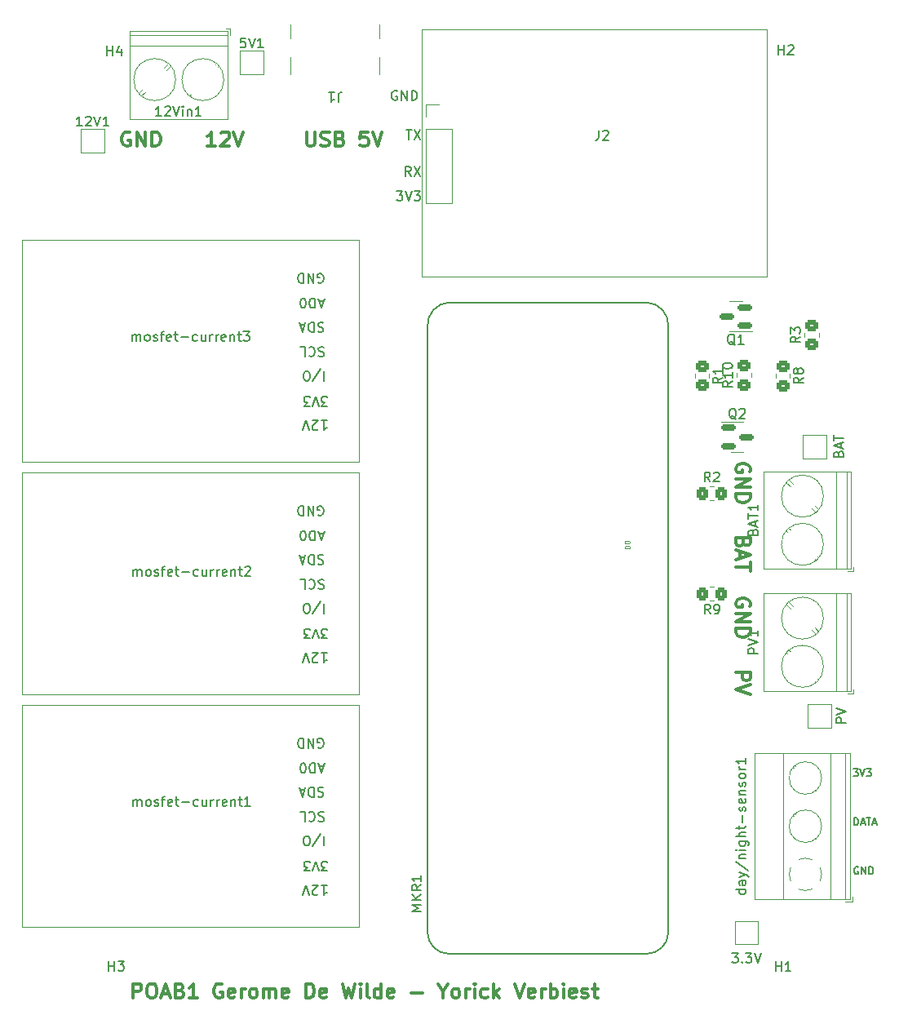
<source format=gto>
G04 #@! TF.GenerationSoftware,KiCad,Pcbnew,7.0.9-7.0.9~ubuntu22.04.1*
G04 #@! TF.CreationDate,2023-12-07T11:19:29+01:00*
G04 #@! TF.ProjectId,baseboard,62617365-626f-4617-9264-2e6b69636164,rev?*
G04 #@! TF.SameCoordinates,Original*
G04 #@! TF.FileFunction,Legend,Top*
G04 #@! TF.FilePolarity,Positive*
%FSLAX46Y46*%
G04 Gerber Fmt 4.6, Leading zero omitted, Abs format (unit mm)*
G04 Created by KiCad (PCBNEW 7.0.9-7.0.9~ubuntu22.04.1) date 2023-12-07 11:19:29*
%MOMM*%
%LPD*%
G01*
G04 APERTURE LIST*
G04 Aperture macros list*
%AMRoundRect*
0 Rectangle with rounded corners*
0 $1 Rounding radius*
0 $2 $3 $4 $5 $6 $7 $8 $9 X,Y pos of 4 corners*
0 Add a 4 corners polygon primitive as box body*
4,1,4,$2,$3,$4,$5,$6,$7,$8,$9,$2,$3,0*
0 Add four circle primitives for the rounded corners*
1,1,$1+$1,$2,$3*
1,1,$1+$1,$4,$5*
1,1,$1+$1,$6,$7*
1,1,$1+$1,$8,$9*
0 Add four rect primitives between the rounded corners*
20,1,$1+$1,$2,$3,$4,$5,0*
20,1,$1+$1,$4,$5,$6,$7,0*
20,1,$1+$1,$6,$7,$8,$9,0*
20,1,$1+$1,$8,$9,$2,$3,0*%
G04 Aperture macros list end*
%ADD10C,0.187500*%
%ADD11C,0.300000*%
%ADD12C,0.200000*%
%ADD13C,0.150000*%
%ADD14C,0.075000*%
%ADD15C,0.120000*%
%ADD16C,7.000000*%
%ADD17RoundRect,0.150000X0.587500X0.150000X-0.587500X0.150000X-0.587500X-0.150000X0.587500X-0.150000X0*%
%ADD18C,2.500000*%
%ADD19R,1.700000X1.700000*%
%ADD20O,1.700000X1.700000*%
%ADD21C,1.700000*%
%ADD22R,2.600000X2.600000*%
%ADD23C,2.600000*%
%ADD24RoundRect,0.250000X-0.350000X-0.450000X0.350000X-0.450000X0.350000X0.450000X-0.350000X0.450000X0*%
%ADD25R,2.000000X2.000000*%
%ADD26RoundRect,0.250000X-0.450000X0.350000X-0.450000X-0.350000X0.450000X-0.350000X0.450000X0.350000X0*%
%ADD27RoundRect,0.250000X0.450000X-0.350000X0.450000X0.350000X-0.450000X0.350000X-0.450000X-0.350000X0*%
%ADD28R,0.700000X1.200000*%
%ADD29R,0.760000X1.200000*%
%ADD30R,0.800000X1.200000*%
%ADD31R,1.800000X1.350000*%
%ADD32R,1.800000X1.500000*%
%ADD33RoundRect,0.250000X0.350000X0.450000X-0.350000X0.450000X-0.350000X-0.450000X0.350000X-0.450000X0*%
%ADD34C,3.000000*%
%ADD35RoundRect,0.150000X-0.587500X-0.150000X0.587500X-0.150000X0.587500X0.150000X-0.587500X0.150000X0*%
%ADD36C,2.200000*%
%ADD37C,1.727200*%
%ADD38R,1.727200X1.727200*%
G04 APERTURE END LIST*
D10*
X112454783Y-142694178D02*
X112383355Y-142658464D01*
X112383355Y-142658464D02*
X112276212Y-142658464D01*
X112276212Y-142658464D02*
X112169069Y-142694178D01*
X112169069Y-142694178D02*
X112097640Y-142765607D01*
X112097640Y-142765607D02*
X112061926Y-142837035D01*
X112061926Y-142837035D02*
X112026212Y-142979892D01*
X112026212Y-142979892D02*
X112026212Y-143087035D01*
X112026212Y-143087035D02*
X112061926Y-143229892D01*
X112061926Y-143229892D02*
X112097640Y-143301321D01*
X112097640Y-143301321D02*
X112169069Y-143372750D01*
X112169069Y-143372750D02*
X112276212Y-143408464D01*
X112276212Y-143408464D02*
X112347640Y-143408464D01*
X112347640Y-143408464D02*
X112454783Y-143372750D01*
X112454783Y-143372750D02*
X112490497Y-143337035D01*
X112490497Y-143337035D02*
X112490497Y-143087035D01*
X112490497Y-143087035D02*
X112347640Y-143087035D01*
X112811926Y-143408464D02*
X112811926Y-142658464D01*
X112811926Y-142658464D02*
X113240497Y-143408464D01*
X113240497Y-143408464D02*
X113240497Y-142658464D01*
X113597640Y-143408464D02*
X113597640Y-142658464D01*
X113597640Y-142658464D02*
X113776211Y-142658464D01*
X113776211Y-142658464D02*
X113883354Y-142694178D01*
X113883354Y-142694178D02*
X113954783Y-142765607D01*
X113954783Y-142765607D02*
X113990497Y-142837035D01*
X113990497Y-142837035D02*
X114026211Y-142979892D01*
X114026211Y-142979892D02*
X114026211Y-143087035D01*
X114026211Y-143087035D02*
X113990497Y-143229892D01*
X113990497Y-143229892D02*
X113954783Y-143301321D01*
X113954783Y-143301321D02*
X113883354Y-143372750D01*
X113883354Y-143372750D02*
X113776211Y-143408464D01*
X113776211Y-143408464D02*
X113597640Y-143408464D01*
D11*
X100544885Y-109004510D02*
X100473457Y-109218796D01*
X100473457Y-109218796D02*
X100402028Y-109290225D01*
X100402028Y-109290225D02*
X100259171Y-109361653D01*
X100259171Y-109361653D02*
X100044885Y-109361653D01*
X100044885Y-109361653D02*
X99902028Y-109290225D01*
X99902028Y-109290225D02*
X99830600Y-109218796D01*
X99830600Y-109218796D02*
X99759171Y-109075939D01*
X99759171Y-109075939D02*
X99759171Y-108504510D01*
X99759171Y-108504510D02*
X101259171Y-108504510D01*
X101259171Y-108504510D02*
X101259171Y-109004510D01*
X101259171Y-109004510D02*
X101187742Y-109147368D01*
X101187742Y-109147368D02*
X101116314Y-109218796D01*
X101116314Y-109218796D02*
X100973457Y-109290225D01*
X100973457Y-109290225D02*
X100830600Y-109290225D01*
X100830600Y-109290225D02*
X100687742Y-109218796D01*
X100687742Y-109218796D02*
X100616314Y-109147368D01*
X100616314Y-109147368D02*
X100544885Y-109004510D01*
X100544885Y-109004510D02*
X100544885Y-108504510D01*
X100187742Y-109933082D02*
X100187742Y-110647368D01*
X99759171Y-109790225D02*
X101259171Y-110290225D01*
X101259171Y-110290225D02*
X99759171Y-110790225D01*
X101259171Y-111075939D02*
X101259171Y-111933082D01*
X99759171Y-111504510D02*
X101259171Y-111504510D01*
D10*
X112061926Y-138328464D02*
X112061926Y-137578464D01*
X112061926Y-137578464D02*
X112240497Y-137578464D01*
X112240497Y-137578464D02*
X112347640Y-137614178D01*
X112347640Y-137614178D02*
X112419069Y-137685607D01*
X112419069Y-137685607D02*
X112454783Y-137757035D01*
X112454783Y-137757035D02*
X112490497Y-137899892D01*
X112490497Y-137899892D02*
X112490497Y-138007035D01*
X112490497Y-138007035D02*
X112454783Y-138149892D01*
X112454783Y-138149892D02*
X112419069Y-138221321D01*
X112419069Y-138221321D02*
X112347640Y-138292750D01*
X112347640Y-138292750D02*
X112240497Y-138328464D01*
X112240497Y-138328464D02*
X112061926Y-138328464D01*
X112776212Y-138114178D02*
X113133355Y-138114178D01*
X112704783Y-138328464D02*
X112954783Y-137578464D01*
X112954783Y-137578464D02*
X113204783Y-138328464D01*
X113347640Y-137578464D02*
X113776212Y-137578464D01*
X113561926Y-138328464D02*
X113561926Y-137578464D01*
X113990498Y-138114178D02*
X114347641Y-138114178D01*
X113919069Y-138328464D02*
X114169069Y-137578464D01*
X114169069Y-137578464D02*
X114419069Y-138328464D01*
D11*
X101187742Y-101670225D02*
X101259171Y-101527368D01*
X101259171Y-101527368D02*
X101259171Y-101313082D01*
X101259171Y-101313082D02*
X101187742Y-101098796D01*
X101187742Y-101098796D02*
X101044885Y-100955939D01*
X101044885Y-100955939D02*
X100902028Y-100884510D01*
X100902028Y-100884510D02*
X100616314Y-100813082D01*
X100616314Y-100813082D02*
X100402028Y-100813082D01*
X100402028Y-100813082D02*
X100116314Y-100884510D01*
X100116314Y-100884510D02*
X99973457Y-100955939D01*
X99973457Y-100955939D02*
X99830600Y-101098796D01*
X99830600Y-101098796D02*
X99759171Y-101313082D01*
X99759171Y-101313082D02*
X99759171Y-101455939D01*
X99759171Y-101455939D02*
X99830600Y-101670225D01*
X99830600Y-101670225D02*
X99902028Y-101741653D01*
X99902028Y-101741653D02*
X100402028Y-101741653D01*
X100402028Y-101741653D02*
X100402028Y-101455939D01*
X99759171Y-102384510D02*
X101259171Y-102384510D01*
X101259171Y-102384510D02*
X99759171Y-103241653D01*
X99759171Y-103241653D02*
X101259171Y-103241653D01*
X99759171Y-103955939D02*
X101259171Y-103955939D01*
X101259171Y-103955939D02*
X101259171Y-104313082D01*
X101259171Y-104313082D02*
X101187742Y-104527368D01*
X101187742Y-104527368D02*
X101044885Y-104670225D01*
X101044885Y-104670225D02*
X100902028Y-104741654D01*
X100902028Y-104741654D02*
X100616314Y-104813082D01*
X100616314Y-104813082D02*
X100402028Y-104813082D01*
X100402028Y-104813082D02*
X100116314Y-104741654D01*
X100116314Y-104741654D02*
X99973457Y-104670225D01*
X99973457Y-104670225D02*
X99830600Y-104527368D01*
X99830600Y-104527368D02*
X99759171Y-104313082D01*
X99759171Y-104313082D02*
X99759171Y-103955939D01*
X36900225Y-66452257D02*
X36757368Y-66380828D01*
X36757368Y-66380828D02*
X36543082Y-66380828D01*
X36543082Y-66380828D02*
X36328796Y-66452257D01*
X36328796Y-66452257D02*
X36185939Y-66595114D01*
X36185939Y-66595114D02*
X36114510Y-66737971D01*
X36114510Y-66737971D02*
X36043082Y-67023685D01*
X36043082Y-67023685D02*
X36043082Y-67237971D01*
X36043082Y-67237971D02*
X36114510Y-67523685D01*
X36114510Y-67523685D02*
X36185939Y-67666542D01*
X36185939Y-67666542D02*
X36328796Y-67809400D01*
X36328796Y-67809400D02*
X36543082Y-67880828D01*
X36543082Y-67880828D02*
X36685939Y-67880828D01*
X36685939Y-67880828D02*
X36900225Y-67809400D01*
X36900225Y-67809400D02*
X36971653Y-67737971D01*
X36971653Y-67737971D02*
X36971653Y-67237971D01*
X36971653Y-67237971D02*
X36685939Y-67237971D01*
X37614510Y-67880828D02*
X37614510Y-66380828D01*
X37614510Y-66380828D02*
X38471653Y-67880828D01*
X38471653Y-67880828D02*
X38471653Y-66380828D01*
X39185939Y-67880828D02*
X39185939Y-66380828D01*
X39185939Y-66380828D02*
X39543082Y-66380828D01*
X39543082Y-66380828D02*
X39757368Y-66452257D01*
X39757368Y-66452257D02*
X39900225Y-66595114D01*
X39900225Y-66595114D02*
X39971654Y-66737971D01*
X39971654Y-66737971D02*
X40043082Y-67023685D01*
X40043082Y-67023685D02*
X40043082Y-67237971D01*
X40043082Y-67237971D02*
X39971654Y-67523685D01*
X39971654Y-67523685D02*
X39900225Y-67666542D01*
X39900225Y-67666542D02*
X39757368Y-67809400D01*
X39757368Y-67809400D02*
X39543082Y-67880828D01*
X39543082Y-67880828D02*
X39185939Y-67880828D01*
D12*
X64598707Y-62152838D02*
X64503469Y-62105219D01*
X64503469Y-62105219D02*
X64360612Y-62105219D01*
X64360612Y-62105219D02*
X64217755Y-62152838D01*
X64217755Y-62152838D02*
X64122517Y-62248076D01*
X64122517Y-62248076D02*
X64074898Y-62343314D01*
X64074898Y-62343314D02*
X64027279Y-62533790D01*
X64027279Y-62533790D02*
X64027279Y-62676647D01*
X64027279Y-62676647D02*
X64074898Y-62867123D01*
X64074898Y-62867123D02*
X64122517Y-62962361D01*
X64122517Y-62962361D02*
X64217755Y-63057600D01*
X64217755Y-63057600D02*
X64360612Y-63105219D01*
X64360612Y-63105219D02*
X64455850Y-63105219D01*
X64455850Y-63105219D02*
X64598707Y-63057600D01*
X64598707Y-63057600D02*
X64646326Y-63009980D01*
X64646326Y-63009980D02*
X64646326Y-62676647D01*
X64646326Y-62676647D02*
X64455850Y-62676647D01*
X65074898Y-63105219D02*
X65074898Y-62105219D01*
X65074898Y-62105219D02*
X65646326Y-63105219D01*
X65646326Y-63105219D02*
X65646326Y-62105219D01*
X66122517Y-63105219D02*
X66122517Y-62105219D01*
X66122517Y-62105219D02*
X66360612Y-62105219D01*
X66360612Y-62105219D02*
X66503469Y-62152838D01*
X66503469Y-62152838D02*
X66598707Y-62248076D01*
X66598707Y-62248076D02*
X66646326Y-62343314D01*
X66646326Y-62343314D02*
X66693945Y-62533790D01*
X66693945Y-62533790D02*
X66693945Y-62676647D01*
X66693945Y-62676647D02*
X66646326Y-62867123D01*
X66646326Y-62867123D02*
X66598707Y-62962361D01*
X66598707Y-62962361D02*
X66503469Y-63057600D01*
X66503469Y-63057600D02*
X66360612Y-63105219D01*
X66360612Y-63105219D02*
X66122517Y-63105219D01*
D11*
X37229510Y-156275828D02*
X37229510Y-154775828D01*
X37229510Y-154775828D02*
X37800939Y-154775828D01*
X37800939Y-154775828D02*
X37943796Y-154847257D01*
X37943796Y-154847257D02*
X38015225Y-154918685D01*
X38015225Y-154918685D02*
X38086653Y-155061542D01*
X38086653Y-155061542D02*
X38086653Y-155275828D01*
X38086653Y-155275828D02*
X38015225Y-155418685D01*
X38015225Y-155418685D02*
X37943796Y-155490114D01*
X37943796Y-155490114D02*
X37800939Y-155561542D01*
X37800939Y-155561542D02*
X37229510Y-155561542D01*
X39015225Y-154775828D02*
X39300939Y-154775828D01*
X39300939Y-154775828D02*
X39443796Y-154847257D01*
X39443796Y-154847257D02*
X39586653Y-154990114D01*
X39586653Y-154990114D02*
X39658082Y-155275828D01*
X39658082Y-155275828D02*
X39658082Y-155775828D01*
X39658082Y-155775828D02*
X39586653Y-156061542D01*
X39586653Y-156061542D02*
X39443796Y-156204400D01*
X39443796Y-156204400D02*
X39300939Y-156275828D01*
X39300939Y-156275828D02*
X39015225Y-156275828D01*
X39015225Y-156275828D02*
X38872368Y-156204400D01*
X38872368Y-156204400D02*
X38729510Y-156061542D01*
X38729510Y-156061542D02*
X38658082Y-155775828D01*
X38658082Y-155775828D02*
X38658082Y-155275828D01*
X38658082Y-155275828D02*
X38729510Y-154990114D01*
X38729510Y-154990114D02*
X38872368Y-154847257D01*
X38872368Y-154847257D02*
X39015225Y-154775828D01*
X40229511Y-155847257D02*
X40943797Y-155847257D01*
X40086654Y-156275828D02*
X40586654Y-154775828D01*
X40586654Y-154775828D02*
X41086654Y-156275828D01*
X42086653Y-155490114D02*
X42300939Y-155561542D01*
X42300939Y-155561542D02*
X42372368Y-155632971D01*
X42372368Y-155632971D02*
X42443796Y-155775828D01*
X42443796Y-155775828D02*
X42443796Y-155990114D01*
X42443796Y-155990114D02*
X42372368Y-156132971D01*
X42372368Y-156132971D02*
X42300939Y-156204400D01*
X42300939Y-156204400D02*
X42158082Y-156275828D01*
X42158082Y-156275828D02*
X41586653Y-156275828D01*
X41586653Y-156275828D02*
X41586653Y-154775828D01*
X41586653Y-154775828D02*
X42086653Y-154775828D01*
X42086653Y-154775828D02*
X42229511Y-154847257D01*
X42229511Y-154847257D02*
X42300939Y-154918685D01*
X42300939Y-154918685D02*
X42372368Y-155061542D01*
X42372368Y-155061542D02*
X42372368Y-155204400D01*
X42372368Y-155204400D02*
X42300939Y-155347257D01*
X42300939Y-155347257D02*
X42229511Y-155418685D01*
X42229511Y-155418685D02*
X42086653Y-155490114D01*
X42086653Y-155490114D02*
X41586653Y-155490114D01*
X43872368Y-156275828D02*
X43015225Y-156275828D01*
X43443796Y-156275828D02*
X43443796Y-154775828D01*
X43443796Y-154775828D02*
X43300939Y-154990114D01*
X43300939Y-154990114D02*
X43158082Y-155132971D01*
X43158082Y-155132971D02*
X43015225Y-155204400D01*
X46443796Y-154847257D02*
X46300939Y-154775828D01*
X46300939Y-154775828D02*
X46086653Y-154775828D01*
X46086653Y-154775828D02*
X45872367Y-154847257D01*
X45872367Y-154847257D02*
X45729510Y-154990114D01*
X45729510Y-154990114D02*
X45658081Y-155132971D01*
X45658081Y-155132971D02*
X45586653Y-155418685D01*
X45586653Y-155418685D02*
X45586653Y-155632971D01*
X45586653Y-155632971D02*
X45658081Y-155918685D01*
X45658081Y-155918685D02*
X45729510Y-156061542D01*
X45729510Y-156061542D02*
X45872367Y-156204400D01*
X45872367Y-156204400D02*
X46086653Y-156275828D01*
X46086653Y-156275828D02*
X46229510Y-156275828D01*
X46229510Y-156275828D02*
X46443796Y-156204400D01*
X46443796Y-156204400D02*
X46515224Y-156132971D01*
X46515224Y-156132971D02*
X46515224Y-155632971D01*
X46515224Y-155632971D02*
X46229510Y-155632971D01*
X47729510Y-156204400D02*
X47586653Y-156275828D01*
X47586653Y-156275828D02*
X47300939Y-156275828D01*
X47300939Y-156275828D02*
X47158081Y-156204400D01*
X47158081Y-156204400D02*
X47086653Y-156061542D01*
X47086653Y-156061542D02*
X47086653Y-155490114D01*
X47086653Y-155490114D02*
X47158081Y-155347257D01*
X47158081Y-155347257D02*
X47300939Y-155275828D01*
X47300939Y-155275828D02*
X47586653Y-155275828D01*
X47586653Y-155275828D02*
X47729510Y-155347257D01*
X47729510Y-155347257D02*
X47800939Y-155490114D01*
X47800939Y-155490114D02*
X47800939Y-155632971D01*
X47800939Y-155632971D02*
X47086653Y-155775828D01*
X48443795Y-156275828D02*
X48443795Y-155275828D01*
X48443795Y-155561542D02*
X48515224Y-155418685D01*
X48515224Y-155418685D02*
X48586653Y-155347257D01*
X48586653Y-155347257D02*
X48729510Y-155275828D01*
X48729510Y-155275828D02*
X48872367Y-155275828D01*
X49586652Y-156275828D02*
X49443795Y-156204400D01*
X49443795Y-156204400D02*
X49372366Y-156132971D01*
X49372366Y-156132971D02*
X49300938Y-155990114D01*
X49300938Y-155990114D02*
X49300938Y-155561542D01*
X49300938Y-155561542D02*
X49372366Y-155418685D01*
X49372366Y-155418685D02*
X49443795Y-155347257D01*
X49443795Y-155347257D02*
X49586652Y-155275828D01*
X49586652Y-155275828D02*
X49800938Y-155275828D01*
X49800938Y-155275828D02*
X49943795Y-155347257D01*
X49943795Y-155347257D02*
X50015224Y-155418685D01*
X50015224Y-155418685D02*
X50086652Y-155561542D01*
X50086652Y-155561542D02*
X50086652Y-155990114D01*
X50086652Y-155990114D02*
X50015224Y-156132971D01*
X50015224Y-156132971D02*
X49943795Y-156204400D01*
X49943795Y-156204400D02*
X49800938Y-156275828D01*
X49800938Y-156275828D02*
X49586652Y-156275828D01*
X50729509Y-156275828D02*
X50729509Y-155275828D01*
X50729509Y-155418685D02*
X50800938Y-155347257D01*
X50800938Y-155347257D02*
X50943795Y-155275828D01*
X50943795Y-155275828D02*
X51158081Y-155275828D01*
X51158081Y-155275828D02*
X51300938Y-155347257D01*
X51300938Y-155347257D02*
X51372367Y-155490114D01*
X51372367Y-155490114D02*
X51372367Y-156275828D01*
X51372367Y-155490114D02*
X51443795Y-155347257D01*
X51443795Y-155347257D02*
X51586652Y-155275828D01*
X51586652Y-155275828D02*
X51800938Y-155275828D01*
X51800938Y-155275828D02*
X51943795Y-155347257D01*
X51943795Y-155347257D02*
X52015224Y-155490114D01*
X52015224Y-155490114D02*
X52015224Y-156275828D01*
X53300938Y-156204400D02*
X53158081Y-156275828D01*
X53158081Y-156275828D02*
X52872367Y-156275828D01*
X52872367Y-156275828D02*
X52729509Y-156204400D01*
X52729509Y-156204400D02*
X52658081Y-156061542D01*
X52658081Y-156061542D02*
X52658081Y-155490114D01*
X52658081Y-155490114D02*
X52729509Y-155347257D01*
X52729509Y-155347257D02*
X52872367Y-155275828D01*
X52872367Y-155275828D02*
X53158081Y-155275828D01*
X53158081Y-155275828D02*
X53300938Y-155347257D01*
X53300938Y-155347257D02*
X53372367Y-155490114D01*
X53372367Y-155490114D02*
X53372367Y-155632971D01*
X53372367Y-155632971D02*
X52658081Y-155775828D01*
X55158080Y-156275828D02*
X55158080Y-154775828D01*
X55158080Y-154775828D02*
X55515223Y-154775828D01*
X55515223Y-154775828D02*
X55729509Y-154847257D01*
X55729509Y-154847257D02*
X55872366Y-154990114D01*
X55872366Y-154990114D02*
X55943795Y-155132971D01*
X55943795Y-155132971D02*
X56015223Y-155418685D01*
X56015223Y-155418685D02*
X56015223Y-155632971D01*
X56015223Y-155632971D02*
X55943795Y-155918685D01*
X55943795Y-155918685D02*
X55872366Y-156061542D01*
X55872366Y-156061542D02*
X55729509Y-156204400D01*
X55729509Y-156204400D02*
X55515223Y-156275828D01*
X55515223Y-156275828D02*
X55158080Y-156275828D01*
X57229509Y-156204400D02*
X57086652Y-156275828D01*
X57086652Y-156275828D02*
X56800938Y-156275828D01*
X56800938Y-156275828D02*
X56658080Y-156204400D01*
X56658080Y-156204400D02*
X56586652Y-156061542D01*
X56586652Y-156061542D02*
X56586652Y-155490114D01*
X56586652Y-155490114D02*
X56658080Y-155347257D01*
X56658080Y-155347257D02*
X56800938Y-155275828D01*
X56800938Y-155275828D02*
X57086652Y-155275828D01*
X57086652Y-155275828D02*
X57229509Y-155347257D01*
X57229509Y-155347257D02*
X57300938Y-155490114D01*
X57300938Y-155490114D02*
X57300938Y-155632971D01*
X57300938Y-155632971D02*
X56586652Y-155775828D01*
X58943794Y-154775828D02*
X59300937Y-156275828D01*
X59300937Y-156275828D02*
X59586651Y-155204400D01*
X59586651Y-155204400D02*
X59872366Y-156275828D01*
X59872366Y-156275828D02*
X60229509Y-154775828D01*
X60800937Y-156275828D02*
X60800937Y-155275828D01*
X60800937Y-154775828D02*
X60729509Y-154847257D01*
X60729509Y-154847257D02*
X60800937Y-154918685D01*
X60800937Y-154918685D02*
X60872366Y-154847257D01*
X60872366Y-154847257D02*
X60800937Y-154775828D01*
X60800937Y-154775828D02*
X60800937Y-154918685D01*
X61729509Y-156275828D02*
X61586652Y-156204400D01*
X61586652Y-156204400D02*
X61515223Y-156061542D01*
X61515223Y-156061542D02*
X61515223Y-154775828D01*
X62943795Y-156275828D02*
X62943795Y-154775828D01*
X62943795Y-156204400D02*
X62800937Y-156275828D01*
X62800937Y-156275828D02*
X62515223Y-156275828D01*
X62515223Y-156275828D02*
X62372366Y-156204400D01*
X62372366Y-156204400D02*
X62300937Y-156132971D01*
X62300937Y-156132971D02*
X62229509Y-155990114D01*
X62229509Y-155990114D02*
X62229509Y-155561542D01*
X62229509Y-155561542D02*
X62300937Y-155418685D01*
X62300937Y-155418685D02*
X62372366Y-155347257D01*
X62372366Y-155347257D02*
X62515223Y-155275828D01*
X62515223Y-155275828D02*
X62800937Y-155275828D01*
X62800937Y-155275828D02*
X62943795Y-155347257D01*
X64229509Y-156204400D02*
X64086652Y-156275828D01*
X64086652Y-156275828D02*
X63800938Y-156275828D01*
X63800938Y-156275828D02*
X63658080Y-156204400D01*
X63658080Y-156204400D02*
X63586652Y-156061542D01*
X63586652Y-156061542D02*
X63586652Y-155490114D01*
X63586652Y-155490114D02*
X63658080Y-155347257D01*
X63658080Y-155347257D02*
X63800938Y-155275828D01*
X63800938Y-155275828D02*
X64086652Y-155275828D01*
X64086652Y-155275828D02*
X64229509Y-155347257D01*
X64229509Y-155347257D02*
X64300938Y-155490114D01*
X64300938Y-155490114D02*
X64300938Y-155632971D01*
X64300938Y-155632971D02*
X63586652Y-155775828D01*
X66086651Y-155704400D02*
X67229509Y-155704400D01*
X69372366Y-155561542D02*
X69372366Y-156275828D01*
X68872366Y-154775828D02*
X69372366Y-155561542D01*
X69372366Y-155561542D02*
X69872366Y-154775828D01*
X70586651Y-156275828D02*
X70443794Y-156204400D01*
X70443794Y-156204400D02*
X70372365Y-156132971D01*
X70372365Y-156132971D02*
X70300937Y-155990114D01*
X70300937Y-155990114D02*
X70300937Y-155561542D01*
X70300937Y-155561542D02*
X70372365Y-155418685D01*
X70372365Y-155418685D02*
X70443794Y-155347257D01*
X70443794Y-155347257D02*
X70586651Y-155275828D01*
X70586651Y-155275828D02*
X70800937Y-155275828D01*
X70800937Y-155275828D02*
X70943794Y-155347257D01*
X70943794Y-155347257D02*
X71015223Y-155418685D01*
X71015223Y-155418685D02*
X71086651Y-155561542D01*
X71086651Y-155561542D02*
X71086651Y-155990114D01*
X71086651Y-155990114D02*
X71015223Y-156132971D01*
X71015223Y-156132971D02*
X70943794Y-156204400D01*
X70943794Y-156204400D02*
X70800937Y-156275828D01*
X70800937Y-156275828D02*
X70586651Y-156275828D01*
X71729508Y-156275828D02*
X71729508Y-155275828D01*
X71729508Y-155561542D02*
X71800937Y-155418685D01*
X71800937Y-155418685D02*
X71872366Y-155347257D01*
X71872366Y-155347257D02*
X72015223Y-155275828D01*
X72015223Y-155275828D02*
X72158080Y-155275828D01*
X72658079Y-156275828D02*
X72658079Y-155275828D01*
X72658079Y-154775828D02*
X72586651Y-154847257D01*
X72586651Y-154847257D02*
X72658079Y-154918685D01*
X72658079Y-154918685D02*
X72729508Y-154847257D01*
X72729508Y-154847257D02*
X72658079Y-154775828D01*
X72658079Y-154775828D02*
X72658079Y-154918685D01*
X74015223Y-156204400D02*
X73872365Y-156275828D01*
X73872365Y-156275828D02*
X73586651Y-156275828D01*
X73586651Y-156275828D02*
X73443794Y-156204400D01*
X73443794Y-156204400D02*
X73372365Y-156132971D01*
X73372365Y-156132971D02*
X73300937Y-155990114D01*
X73300937Y-155990114D02*
X73300937Y-155561542D01*
X73300937Y-155561542D02*
X73372365Y-155418685D01*
X73372365Y-155418685D02*
X73443794Y-155347257D01*
X73443794Y-155347257D02*
X73586651Y-155275828D01*
X73586651Y-155275828D02*
X73872365Y-155275828D01*
X73872365Y-155275828D02*
X74015223Y-155347257D01*
X74658079Y-156275828D02*
X74658079Y-154775828D01*
X74800937Y-155704400D02*
X75229508Y-156275828D01*
X75229508Y-155275828D02*
X74658079Y-155847257D01*
X76800937Y-154775828D02*
X77300937Y-156275828D01*
X77300937Y-156275828D02*
X77800937Y-154775828D01*
X78872365Y-156204400D02*
X78729508Y-156275828D01*
X78729508Y-156275828D02*
X78443794Y-156275828D01*
X78443794Y-156275828D02*
X78300936Y-156204400D01*
X78300936Y-156204400D02*
X78229508Y-156061542D01*
X78229508Y-156061542D02*
X78229508Y-155490114D01*
X78229508Y-155490114D02*
X78300936Y-155347257D01*
X78300936Y-155347257D02*
X78443794Y-155275828D01*
X78443794Y-155275828D02*
X78729508Y-155275828D01*
X78729508Y-155275828D02*
X78872365Y-155347257D01*
X78872365Y-155347257D02*
X78943794Y-155490114D01*
X78943794Y-155490114D02*
X78943794Y-155632971D01*
X78943794Y-155632971D02*
X78229508Y-155775828D01*
X79586650Y-156275828D02*
X79586650Y-155275828D01*
X79586650Y-155561542D02*
X79658079Y-155418685D01*
X79658079Y-155418685D02*
X79729508Y-155347257D01*
X79729508Y-155347257D02*
X79872365Y-155275828D01*
X79872365Y-155275828D02*
X80015222Y-155275828D01*
X80515221Y-156275828D02*
X80515221Y-154775828D01*
X80515221Y-155347257D02*
X80658079Y-155275828D01*
X80658079Y-155275828D02*
X80943793Y-155275828D01*
X80943793Y-155275828D02*
X81086650Y-155347257D01*
X81086650Y-155347257D02*
X81158079Y-155418685D01*
X81158079Y-155418685D02*
X81229507Y-155561542D01*
X81229507Y-155561542D02*
X81229507Y-155990114D01*
X81229507Y-155990114D02*
X81158079Y-156132971D01*
X81158079Y-156132971D02*
X81086650Y-156204400D01*
X81086650Y-156204400D02*
X80943793Y-156275828D01*
X80943793Y-156275828D02*
X80658079Y-156275828D01*
X80658079Y-156275828D02*
X80515221Y-156204400D01*
X81872364Y-156275828D02*
X81872364Y-155275828D01*
X81872364Y-154775828D02*
X81800936Y-154847257D01*
X81800936Y-154847257D02*
X81872364Y-154918685D01*
X81872364Y-154918685D02*
X81943793Y-154847257D01*
X81943793Y-154847257D02*
X81872364Y-154775828D01*
X81872364Y-154775828D02*
X81872364Y-154918685D01*
X83158079Y-156204400D02*
X83015222Y-156275828D01*
X83015222Y-156275828D02*
X82729508Y-156275828D01*
X82729508Y-156275828D02*
X82586650Y-156204400D01*
X82586650Y-156204400D02*
X82515222Y-156061542D01*
X82515222Y-156061542D02*
X82515222Y-155490114D01*
X82515222Y-155490114D02*
X82586650Y-155347257D01*
X82586650Y-155347257D02*
X82729508Y-155275828D01*
X82729508Y-155275828D02*
X83015222Y-155275828D01*
X83015222Y-155275828D02*
X83158079Y-155347257D01*
X83158079Y-155347257D02*
X83229508Y-155490114D01*
X83229508Y-155490114D02*
X83229508Y-155632971D01*
X83229508Y-155632971D02*
X82515222Y-155775828D01*
X83800936Y-156204400D02*
X83943793Y-156275828D01*
X83943793Y-156275828D02*
X84229507Y-156275828D01*
X84229507Y-156275828D02*
X84372364Y-156204400D01*
X84372364Y-156204400D02*
X84443793Y-156061542D01*
X84443793Y-156061542D02*
X84443793Y-155990114D01*
X84443793Y-155990114D02*
X84372364Y-155847257D01*
X84372364Y-155847257D02*
X84229507Y-155775828D01*
X84229507Y-155775828D02*
X84015222Y-155775828D01*
X84015222Y-155775828D02*
X83872364Y-155704400D01*
X83872364Y-155704400D02*
X83800936Y-155561542D01*
X83800936Y-155561542D02*
X83800936Y-155490114D01*
X83800936Y-155490114D02*
X83872364Y-155347257D01*
X83872364Y-155347257D02*
X84015222Y-155275828D01*
X84015222Y-155275828D02*
X84229507Y-155275828D01*
X84229507Y-155275828D02*
X84372364Y-155347257D01*
X84872365Y-155275828D02*
X85443793Y-155275828D01*
X85086650Y-154775828D02*
X85086650Y-156061542D01*
X85086650Y-156061542D02*
X85158079Y-156204400D01*
X85158079Y-156204400D02*
X85300936Y-156275828D01*
X85300936Y-156275828D02*
X85443793Y-156275828D01*
D12*
X66035564Y-70987219D02*
X65702231Y-70511028D01*
X65464136Y-70987219D02*
X65464136Y-69987219D01*
X65464136Y-69987219D02*
X65845088Y-69987219D01*
X65845088Y-69987219D02*
X65940326Y-70034838D01*
X65940326Y-70034838D02*
X65987945Y-70082457D01*
X65987945Y-70082457D02*
X66035564Y-70177695D01*
X66035564Y-70177695D02*
X66035564Y-70320552D01*
X66035564Y-70320552D02*
X65987945Y-70415790D01*
X65987945Y-70415790D02*
X65940326Y-70463409D01*
X65940326Y-70463409D02*
X65845088Y-70511028D01*
X65845088Y-70511028D02*
X65464136Y-70511028D01*
X66368898Y-69987219D02*
X67035564Y-70987219D01*
X67035564Y-69987219D02*
X66368898Y-70987219D01*
X64559374Y-72527219D02*
X65178421Y-72527219D01*
X65178421Y-72527219D02*
X64845088Y-72908171D01*
X64845088Y-72908171D02*
X64987945Y-72908171D01*
X64987945Y-72908171D02*
X65083183Y-72955790D01*
X65083183Y-72955790D02*
X65130802Y-73003409D01*
X65130802Y-73003409D02*
X65178421Y-73098647D01*
X65178421Y-73098647D02*
X65178421Y-73336742D01*
X65178421Y-73336742D02*
X65130802Y-73431980D01*
X65130802Y-73431980D02*
X65083183Y-73479600D01*
X65083183Y-73479600D02*
X64987945Y-73527219D01*
X64987945Y-73527219D02*
X64702231Y-73527219D01*
X64702231Y-73527219D02*
X64606993Y-73479600D01*
X64606993Y-73479600D02*
X64559374Y-73431980D01*
X65464136Y-72527219D02*
X65797469Y-73527219D01*
X65797469Y-73527219D02*
X66130802Y-72527219D01*
X66368898Y-72527219D02*
X66987945Y-72527219D01*
X66987945Y-72527219D02*
X66654612Y-72908171D01*
X66654612Y-72908171D02*
X66797469Y-72908171D01*
X66797469Y-72908171D02*
X66892707Y-72955790D01*
X66892707Y-72955790D02*
X66940326Y-73003409D01*
X66940326Y-73003409D02*
X66987945Y-73098647D01*
X66987945Y-73098647D02*
X66987945Y-73336742D01*
X66987945Y-73336742D02*
X66940326Y-73431980D01*
X66940326Y-73431980D02*
X66892707Y-73479600D01*
X66892707Y-73479600D02*
X66797469Y-73527219D01*
X66797469Y-73527219D02*
X66511755Y-73527219D01*
X66511755Y-73527219D02*
X66416517Y-73479600D01*
X66416517Y-73479600D02*
X66368898Y-73431980D01*
D11*
X99759171Y-122474510D02*
X101259171Y-122474510D01*
X101259171Y-122474510D02*
X101259171Y-123045939D01*
X101259171Y-123045939D02*
X101187742Y-123188796D01*
X101187742Y-123188796D02*
X101116314Y-123260225D01*
X101116314Y-123260225D02*
X100973457Y-123331653D01*
X100973457Y-123331653D02*
X100759171Y-123331653D01*
X100759171Y-123331653D02*
X100616314Y-123260225D01*
X100616314Y-123260225D02*
X100544885Y-123188796D01*
X100544885Y-123188796D02*
X100473457Y-123045939D01*
X100473457Y-123045939D02*
X100473457Y-122474510D01*
X101259171Y-123760225D02*
X99759171Y-124260225D01*
X99759171Y-124260225D02*
X101259171Y-124760225D01*
X55204510Y-66380828D02*
X55204510Y-67595114D01*
X55204510Y-67595114D02*
X55275939Y-67737971D01*
X55275939Y-67737971D02*
X55347368Y-67809400D01*
X55347368Y-67809400D02*
X55490225Y-67880828D01*
X55490225Y-67880828D02*
X55775939Y-67880828D01*
X55775939Y-67880828D02*
X55918796Y-67809400D01*
X55918796Y-67809400D02*
X55990225Y-67737971D01*
X55990225Y-67737971D02*
X56061653Y-67595114D01*
X56061653Y-67595114D02*
X56061653Y-66380828D01*
X56704511Y-67809400D02*
X56918797Y-67880828D01*
X56918797Y-67880828D02*
X57275939Y-67880828D01*
X57275939Y-67880828D02*
X57418797Y-67809400D01*
X57418797Y-67809400D02*
X57490225Y-67737971D01*
X57490225Y-67737971D02*
X57561654Y-67595114D01*
X57561654Y-67595114D02*
X57561654Y-67452257D01*
X57561654Y-67452257D02*
X57490225Y-67309400D01*
X57490225Y-67309400D02*
X57418797Y-67237971D01*
X57418797Y-67237971D02*
X57275939Y-67166542D01*
X57275939Y-67166542D02*
X56990225Y-67095114D01*
X56990225Y-67095114D02*
X56847368Y-67023685D01*
X56847368Y-67023685D02*
X56775939Y-66952257D01*
X56775939Y-66952257D02*
X56704511Y-66809400D01*
X56704511Y-66809400D02*
X56704511Y-66666542D01*
X56704511Y-66666542D02*
X56775939Y-66523685D01*
X56775939Y-66523685D02*
X56847368Y-66452257D01*
X56847368Y-66452257D02*
X56990225Y-66380828D01*
X56990225Y-66380828D02*
X57347368Y-66380828D01*
X57347368Y-66380828D02*
X57561654Y-66452257D01*
X58704510Y-67095114D02*
X58918796Y-67166542D01*
X58918796Y-67166542D02*
X58990225Y-67237971D01*
X58990225Y-67237971D02*
X59061653Y-67380828D01*
X59061653Y-67380828D02*
X59061653Y-67595114D01*
X59061653Y-67595114D02*
X58990225Y-67737971D01*
X58990225Y-67737971D02*
X58918796Y-67809400D01*
X58918796Y-67809400D02*
X58775939Y-67880828D01*
X58775939Y-67880828D02*
X58204510Y-67880828D01*
X58204510Y-67880828D02*
X58204510Y-66380828D01*
X58204510Y-66380828D02*
X58704510Y-66380828D01*
X58704510Y-66380828D02*
X58847368Y-66452257D01*
X58847368Y-66452257D02*
X58918796Y-66523685D01*
X58918796Y-66523685D02*
X58990225Y-66666542D01*
X58990225Y-66666542D02*
X58990225Y-66809400D01*
X58990225Y-66809400D02*
X58918796Y-66952257D01*
X58918796Y-66952257D02*
X58847368Y-67023685D01*
X58847368Y-67023685D02*
X58704510Y-67095114D01*
X58704510Y-67095114D02*
X58204510Y-67095114D01*
X61561653Y-66380828D02*
X60847367Y-66380828D01*
X60847367Y-66380828D02*
X60775939Y-67095114D01*
X60775939Y-67095114D02*
X60847367Y-67023685D01*
X60847367Y-67023685D02*
X60990225Y-66952257D01*
X60990225Y-66952257D02*
X61347367Y-66952257D01*
X61347367Y-66952257D02*
X61490225Y-67023685D01*
X61490225Y-67023685D02*
X61561653Y-67095114D01*
X61561653Y-67095114D02*
X61633082Y-67237971D01*
X61633082Y-67237971D02*
X61633082Y-67595114D01*
X61633082Y-67595114D02*
X61561653Y-67737971D01*
X61561653Y-67737971D02*
X61490225Y-67809400D01*
X61490225Y-67809400D02*
X61347367Y-67880828D01*
X61347367Y-67880828D02*
X60990225Y-67880828D01*
X60990225Y-67880828D02*
X60847367Y-67809400D01*
X60847367Y-67809400D02*
X60775939Y-67737971D01*
X62061653Y-66380828D02*
X62561653Y-67880828D01*
X62561653Y-67880828D02*
X63061653Y-66380828D01*
X101187742Y-115640225D02*
X101259171Y-115497368D01*
X101259171Y-115497368D02*
X101259171Y-115283082D01*
X101259171Y-115283082D02*
X101187742Y-115068796D01*
X101187742Y-115068796D02*
X101044885Y-114925939D01*
X101044885Y-114925939D02*
X100902028Y-114854510D01*
X100902028Y-114854510D02*
X100616314Y-114783082D01*
X100616314Y-114783082D02*
X100402028Y-114783082D01*
X100402028Y-114783082D02*
X100116314Y-114854510D01*
X100116314Y-114854510D02*
X99973457Y-114925939D01*
X99973457Y-114925939D02*
X99830600Y-115068796D01*
X99830600Y-115068796D02*
X99759171Y-115283082D01*
X99759171Y-115283082D02*
X99759171Y-115425939D01*
X99759171Y-115425939D02*
X99830600Y-115640225D01*
X99830600Y-115640225D02*
X99902028Y-115711653D01*
X99902028Y-115711653D02*
X100402028Y-115711653D01*
X100402028Y-115711653D02*
X100402028Y-115425939D01*
X99759171Y-116354510D02*
X101259171Y-116354510D01*
X101259171Y-116354510D02*
X99759171Y-117211653D01*
X99759171Y-117211653D02*
X101259171Y-117211653D01*
X99759171Y-117925939D02*
X101259171Y-117925939D01*
X101259171Y-117925939D02*
X101259171Y-118283082D01*
X101259171Y-118283082D02*
X101187742Y-118497368D01*
X101187742Y-118497368D02*
X101044885Y-118640225D01*
X101044885Y-118640225D02*
X100902028Y-118711654D01*
X100902028Y-118711654D02*
X100616314Y-118783082D01*
X100616314Y-118783082D02*
X100402028Y-118783082D01*
X100402028Y-118783082D02*
X100116314Y-118711654D01*
X100116314Y-118711654D02*
X99973457Y-118640225D01*
X99973457Y-118640225D02*
X99830600Y-118497368D01*
X99830600Y-118497368D02*
X99759171Y-118283082D01*
X99759171Y-118283082D02*
X99759171Y-117925939D01*
D12*
X65559374Y-66177219D02*
X66130802Y-66177219D01*
X65845088Y-67177219D02*
X65845088Y-66177219D01*
X66368898Y-66177219D02*
X67035564Y-67177219D01*
X67035564Y-66177219D02*
X66368898Y-67177219D01*
D10*
X111990497Y-132498464D02*
X112454783Y-132498464D01*
X112454783Y-132498464D02*
X112204783Y-132784178D01*
X112204783Y-132784178D02*
X112311926Y-132784178D01*
X112311926Y-132784178D02*
X112383355Y-132819892D01*
X112383355Y-132819892D02*
X112419069Y-132855607D01*
X112419069Y-132855607D02*
X112454783Y-132927035D01*
X112454783Y-132927035D02*
X112454783Y-133105607D01*
X112454783Y-133105607D02*
X112419069Y-133177035D01*
X112419069Y-133177035D02*
X112383355Y-133212750D01*
X112383355Y-133212750D02*
X112311926Y-133248464D01*
X112311926Y-133248464D02*
X112097640Y-133248464D01*
X112097640Y-133248464D02*
X112026212Y-133212750D01*
X112026212Y-133212750D02*
X111990497Y-133177035D01*
X112669069Y-132498464D02*
X112919069Y-133248464D01*
X112919069Y-133248464D02*
X113169069Y-132498464D01*
X113347640Y-132498464D02*
X113811926Y-132498464D01*
X113811926Y-132498464D02*
X113561926Y-132784178D01*
X113561926Y-132784178D02*
X113669069Y-132784178D01*
X113669069Y-132784178D02*
X113740498Y-132819892D01*
X113740498Y-132819892D02*
X113776212Y-132855607D01*
X113776212Y-132855607D02*
X113811926Y-132927035D01*
X113811926Y-132927035D02*
X113811926Y-133105607D01*
X113811926Y-133105607D02*
X113776212Y-133177035D01*
X113776212Y-133177035D02*
X113740498Y-133212750D01*
X113740498Y-133212750D02*
X113669069Y-133248464D01*
X113669069Y-133248464D02*
X113454783Y-133248464D01*
X113454783Y-133248464D02*
X113383355Y-133212750D01*
X113383355Y-133212750D02*
X113347640Y-133177035D01*
D11*
X45790225Y-67880828D02*
X44933082Y-67880828D01*
X45361653Y-67880828D02*
X45361653Y-66380828D01*
X45361653Y-66380828D02*
X45218796Y-66595114D01*
X45218796Y-66595114D02*
X45075939Y-66737971D01*
X45075939Y-66737971D02*
X44933082Y-66809400D01*
X46361653Y-66523685D02*
X46433081Y-66452257D01*
X46433081Y-66452257D02*
X46575939Y-66380828D01*
X46575939Y-66380828D02*
X46933081Y-66380828D01*
X46933081Y-66380828D02*
X47075939Y-66452257D01*
X47075939Y-66452257D02*
X47147367Y-66523685D01*
X47147367Y-66523685D02*
X47218796Y-66666542D01*
X47218796Y-66666542D02*
X47218796Y-66809400D01*
X47218796Y-66809400D02*
X47147367Y-67023685D01*
X47147367Y-67023685D02*
X46290224Y-67880828D01*
X46290224Y-67880828D02*
X47218796Y-67880828D01*
X47647367Y-66380828D02*
X48147367Y-67880828D01*
X48147367Y-67880828D02*
X48647367Y-66380828D01*
D13*
X34688095Y-153429819D02*
X34688095Y-152429819D01*
X34688095Y-152906009D02*
X35259523Y-152906009D01*
X35259523Y-153429819D02*
X35259523Y-152429819D01*
X35640476Y-152429819D02*
X36259523Y-152429819D01*
X36259523Y-152429819D02*
X35926190Y-152810771D01*
X35926190Y-152810771D02*
X36069047Y-152810771D01*
X36069047Y-152810771D02*
X36164285Y-152858390D01*
X36164285Y-152858390D02*
X36211904Y-152906009D01*
X36211904Y-152906009D02*
X36259523Y-153001247D01*
X36259523Y-153001247D02*
X36259523Y-153239342D01*
X36259523Y-153239342D02*
X36211904Y-153334580D01*
X36211904Y-153334580D02*
X36164285Y-153382200D01*
X36164285Y-153382200D02*
X36069047Y-153429819D01*
X36069047Y-153429819D02*
X35783333Y-153429819D01*
X35783333Y-153429819D02*
X35688095Y-153382200D01*
X35688095Y-153382200D02*
X35640476Y-153334580D01*
X104188095Y-58379819D02*
X104188095Y-57379819D01*
X104188095Y-57856009D02*
X104759523Y-57856009D01*
X104759523Y-58379819D02*
X104759523Y-57379819D01*
X105188095Y-57475057D02*
X105235714Y-57427438D01*
X105235714Y-57427438D02*
X105330952Y-57379819D01*
X105330952Y-57379819D02*
X105569047Y-57379819D01*
X105569047Y-57379819D02*
X105664285Y-57427438D01*
X105664285Y-57427438D02*
X105711904Y-57475057D01*
X105711904Y-57475057D02*
X105759523Y-57570295D01*
X105759523Y-57570295D02*
X105759523Y-57665533D01*
X105759523Y-57665533D02*
X105711904Y-57808390D01*
X105711904Y-57808390D02*
X105140476Y-58379819D01*
X105140476Y-58379819D02*
X105759523Y-58379819D01*
X99674761Y-88490057D02*
X99579523Y-88442438D01*
X99579523Y-88442438D02*
X99484285Y-88347200D01*
X99484285Y-88347200D02*
X99341428Y-88204342D01*
X99341428Y-88204342D02*
X99246190Y-88156723D01*
X99246190Y-88156723D02*
X99150952Y-88156723D01*
X99198571Y-88394819D02*
X99103333Y-88347200D01*
X99103333Y-88347200D02*
X99008095Y-88251961D01*
X99008095Y-88251961D02*
X98960476Y-88061485D01*
X98960476Y-88061485D02*
X98960476Y-87728152D01*
X98960476Y-87728152D02*
X99008095Y-87537676D01*
X99008095Y-87537676D02*
X99103333Y-87442438D01*
X99103333Y-87442438D02*
X99198571Y-87394819D01*
X99198571Y-87394819D02*
X99389047Y-87394819D01*
X99389047Y-87394819D02*
X99484285Y-87442438D01*
X99484285Y-87442438D02*
X99579523Y-87537676D01*
X99579523Y-87537676D02*
X99627142Y-87728152D01*
X99627142Y-87728152D02*
X99627142Y-88061485D01*
X99627142Y-88061485D02*
X99579523Y-88251961D01*
X99579523Y-88251961D02*
X99484285Y-88347200D01*
X99484285Y-88347200D02*
X99389047Y-88394819D01*
X99389047Y-88394819D02*
X99198571Y-88394819D01*
X100579523Y-88394819D02*
X100008095Y-88394819D01*
X100293809Y-88394819D02*
X100293809Y-87394819D01*
X100293809Y-87394819D02*
X100198571Y-87537676D01*
X100198571Y-87537676D02*
X100103333Y-87632914D01*
X100103333Y-87632914D02*
X100008095Y-87680533D01*
X37233980Y-112468819D02*
X37233980Y-111802152D01*
X37233980Y-111897390D02*
X37281599Y-111849771D01*
X37281599Y-111849771D02*
X37376837Y-111802152D01*
X37376837Y-111802152D02*
X37519694Y-111802152D01*
X37519694Y-111802152D02*
X37614932Y-111849771D01*
X37614932Y-111849771D02*
X37662551Y-111945009D01*
X37662551Y-111945009D02*
X37662551Y-112468819D01*
X37662551Y-111945009D02*
X37710170Y-111849771D01*
X37710170Y-111849771D02*
X37805408Y-111802152D01*
X37805408Y-111802152D02*
X37948265Y-111802152D01*
X37948265Y-111802152D02*
X38043504Y-111849771D01*
X38043504Y-111849771D02*
X38091123Y-111945009D01*
X38091123Y-111945009D02*
X38091123Y-112468819D01*
X38710170Y-112468819D02*
X38614932Y-112421200D01*
X38614932Y-112421200D02*
X38567313Y-112373580D01*
X38567313Y-112373580D02*
X38519694Y-112278342D01*
X38519694Y-112278342D02*
X38519694Y-111992628D01*
X38519694Y-111992628D02*
X38567313Y-111897390D01*
X38567313Y-111897390D02*
X38614932Y-111849771D01*
X38614932Y-111849771D02*
X38710170Y-111802152D01*
X38710170Y-111802152D02*
X38853027Y-111802152D01*
X38853027Y-111802152D02*
X38948265Y-111849771D01*
X38948265Y-111849771D02*
X38995884Y-111897390D01*
X38995884Y-111897390D02*
X39043503Y-111992628D01*
X39043503Y-111992628D02*
X39043503Y-112278342D01*
X39043503Y-112278342D02*
X38995884Y-112373580D01*
X38995884Y-112373580D02*
X38948265Y-112421200D01*
X38948265Y-112421200D02*
X38853027Y-112468819D01*
X38853027Y-112468819D02*
X38710170Y-112468819D01*
X39424456Y-112421200D02*
X39519694Y-112468819D01*
X39519694Y-112468819D02*
X39710170Y-112468819D01*
X39710170Y-112468819D02*
X39805408Y-112421200D01*
X39805408Y-112421200D02*
X39853027Y-112325961D01*
X39853027Y-112325961D02*
X39853027Y-112278342D01*
X39853027Y-112278342D02*
X39805408Y-112183104D01*
X39805408Y-112183104D02*
X39710170Y-112135485D01*
X39710170Y-112135485D02*
X39567313Y-112135485D01*
X39567313Y-112135485D02*
X39472075Y-112087866D01*
X39472075Y-112087866D02*
X39424456Y-111992628D01*
X39424456Y-111992628D02*
X39424456Y-111945009D01*
X39424456Y-111945009D02*
X39472075Y-111849771D01*
X39472075Y-111849771D02*
X39567313Y-111802152D01*
X39567313Y-111802152D02*
X39710170Y-111802152D01*
X39710170Y-111802152D02*
X39805408Y-111849771D01*
X40138742Y-111802152D02*
X40519694Y-111802152D01*
X40281599Y-112468819D02*
X40281599Y-111611676D01*
X40281599Y-111611676D02*
X40329218Y-111516438D01*
X40329218Y-111516438D02*
X40424456Y-111468819D01*
X40424456Y-111468819D02*
X40519694Y-111468819D01*
X41233980Y-112421200D02*
X41138742Y-112468819D01*
X41138742Y-112468819D02*
X40948266Y-112468819D01*
X40948266Y-112468819D02*
X40853028Y-112421200D01*
X40853028Y-112421200D02*
X40805409Y-112325961D01*
X40805409Y-112325961D02*
X40805409Y-111945009D01*
X40805409Y-111945009D02*
X40853028Y-111849771D01*
X40853028Y-111849771D02*
X40948266Y-111802152D01*
X40948266Y-111802152D02*
X41138742Y-111802152D01*
X41138742Y-111802152D02*
X41233980Y-111849771D01*
X41233980Y-111849771D02*
X41281599Y-111945009D01*
X41281599Y-111945009D02*
X41281599Y-112040247D01*
X41281599Y-112040247D02*
X40805409Y-112135485D01*
X41567314Y-111802152D02*
X41948266Y-111802152D01*
X41710171Y-111468819D02*
X41710171Y-112325961D01*
X41710171Y-112325961D02*
X41757790Y-112421200D01*
X41757790Y-112421200D02*
X41853028Y-112468819D01*
X41853028Y-112468819D02*
X41948266Y-112468819D01*
X42281600Y-112087866D02*
X43043505Y-112087866D01*
X43948266Y-112421200D02*
X43853028Y-112468819D01*
X43853028Y-112468819D02*
X43662552Y-112468819D01*
X43662552Y-112468819D02*
X43567314Y-112421200D01*
X43567314Y-112421200D02*
X43519695Y-112373580D01*
X43519695Y-112373580D02*
X43472076Y-112278342D01*
X43472076Y-112278342D02*
X43472076Y-111992628D01*
X43472076Y-111992628D02*
X43519695Y-111897390D01*
X43519695Y-111897390D02*
X43567314Y-111849771D01*
X43567314Y-111849771D02*
X43662552Y-111802152D01*
X43662552Y-111802152D02*
X43853028Y-111802152D01*
X43853028Y-111802152D02*
X43948266Y-111849771D01*
X44805409Y-111802152D02*
X44805409Y-112468819D01*
X44376838Y-111802152D02*
X44376838Y-112325961D01*
X44376838Y-112325961D02*
X44424457Y-112421200D01*
X44424457Y-112421200D02*
X44519695Y-112468819D01*
X44519695Y-112468819D02*
X44662552Y-112468819D01*
X44662552Y-112468819D02*
X44757790Y-112421200D01*
X44757790Y-112421200D02*
X44805409Y-112373580D01*
X45281600Y-112468819D02*
X45281600Y-111802152D01*
X45281600Y-111992628D02*
X45329219Y-111897390D01*
X45329219Y-111897390D02*
X45376838Y-111849771D01*
X45376838Y-111849771D02*
X45472076Y-111802152D01*
X45472076Y-111802152D02*
X45567314Y-111802152D01*
X45900648Y-112468819D02*
X45900648Y-111802152D01*
X45900648Y-111992628D02*
X45948267Y-111897390D01*
X45948267Y-111897390D02*
X45995886Y-111849771D01*
X45995886Y-111849771D02*
X46091124Y-111802152D01*
X46091124Y-111802152D02*
X46186362Y-111802152D01*
X46900648Y-112421200D02*
X46805410Y-112468819D01*
X46805410Y-112468819D02*
X46614934Y-112468819D01*
X46614934Y-112468819D02*
X46519696Y-112421200D01*
X46519696Y-112421200D02*
X46472077Y-112325961D01*
X46472077Y-112325961D02*
X46472077Y-111945009D01*
X46472077Y-111945009D02*
X46519696Y-111849771D01*
X46519696Y-111849771D02*
X46614934Y-111802152D01*
X46614934Y-111802152D02*
X46805410Y-111802152D01*
X46805410Y-111802152D02*
X46900648Y-111849771D01*
X46900648Y-111849771D02*
X46948267Y-111945009D01*
X46948267Y-111945009D02*
X46948267Y-112040247D01*
X46948267Y-112040247D02*
X46472077Y-112135485D01*
X47376839Y-111802152D02*
X47376839Y-112468819D01*
X47376839Y-111897390D02*
X47424458Y-111849771D01*
X47424458Y-111849771D02*
X47519696Y-111802152D01*
X47519696Y-111802152D02*
X47662553Y-111802152D01*
X47662553Y-111802152D02*
X47757791Y-111849771D01*
X47757791Y-111849771D02*
X47805410Y-111945009D01*
X47805410Y-111945009D02*
X47805410Y-112468819D01*
X48138744Y-111802152D02*
X48519696Y-111802152D01*
X48281601Y-111468819D02*
X48281601Y-112325961D01*
X48281601Y-112325961D02*
X48329220Y-112421200D01*
X48329220Y-112421200D02*
X48424458Y-112468819D01*
X48424458Y-112468819D02*
X48519696Y-112468819D01*
X48805411Y-111564057D02*
X48853030Y-111516438D01*
X48853030Y-111516438D02*
X48948268Y-111468819D01*
X48948268Y-111468819D02*
X49186363Y-111468819D01*
X49186363Y-111468819D02*
X49281601Y-111516438D01*
X49281601Y-111516438D02*
X49329220Y-111564057D01*
X49329220Y-111564057D02*
X49376839Y-111659295D01*
X49376839Y-111659295D02*
X49376839Y-111754533D01*
X49376839Y-111754533D02*
X49329220Y-111897390D01*
X49329220Y-111897390D02*
X48757792Y-112468819D01*
X48757792Y-112468819D02*
X49376839Y-112468819D01*
X56409411Y-106142561D02*
X56504649Y-106190180D01*
X56504649Y-106190180D02*
X56647506Y-106190180D01*
X56647506Y-106190180D02*
X56790363Y-106142561D01*
X56790363Y-106142561D02*
X56885601Y-106047323D01*
X56885601Y-106047323D02*
X56933220Y-105952085D01*
X56933220Y-105952085D02*
X56980839Y-105761609D01*
X56980839Y-105761609D02*
X56980839Y-105618752D01*
X56980839Y-105618752D02*
X56933220Y-105428276D01*
X56933220Y-105428276D02*
X56885601Y-105333038D01*
X56885601Y-105333038D02*
X56790363Y-105237800D01*
X56790363Y-105237800D02*
X56647506Y-105190180D01*
X56647506Y-105190180D02*
X56552268Y-105190180D01*
X56552268Y-105190180D02*
X56409411Y-105237800D01*
X56409411Y-105237800D02*
X56361792Y-105285419D01*
X56361792Y-105285419D02*
X56361792Y-105618752D01*
X56361792Y-105618752D02*
X56552268Y-105618752D01*
X55933220Y-105190180D02*
X55933220Y-106190180D01*
X55933220Y-106190180D02*
X55361792Y-105190180D01*
X55361792Y-105190180D02*
X55361792Y-106190180D01*
X54885601Y-105190180D02*
X54885601Y-106190180D01*
X54885601Y-106190180D02*
X54647506Y-106190180D01*
X54647506Y-106190180D02*
X54504649Y-106142561D01*
X54504649Y-106142561D02*
X54409411Y-106047323D01*
X54409411Y-106047323D02*
X54361792Y-105952085D01*
X54361792Y-105952085D02*
X54314173Y-105761609D01*
X54314173Y-105761609D02*
X54314173Y-105618752D01*
X54314173Y-105618752D02*
X54361792Y-105428276D01*
X54361792Y-105428276D02*
X54409411Y-105333038D01*
X54409411Y-105333038D02*
X54504649Y-105237800D01*
X54504649Y-105237800D02*
X54647506Y-105190180D01*
X54647506Y-105190180D02*
X54885601Y-105190180D01*
X56749411Y-120460180D02*
X57320839Y-120460180D01*
X57035125Y-120460180D02*
X57035125Y-121460180D01*
X57035125Y-121460180D02*
X57130363Y-121317323D01*
X57130363Y-121317323D02*
X57225601Y-121222085D01*
X57225601Y-121222085D02*
X57320839Y-121174466D01*
X56368458Y-121364942D02*
X56320839Y-121412561D01*
X56320839Y-121412561D02*
X56225601Y-121460180D01*
X56225601Y-121460180D02*
X55987506Y-121460180D01*
X55987506Y-121460180D02*
X55892268Y-121412561D01*
X55892268Y-121412561D02*
X55844649Y-121364942D01*
X55844649Y-121364942D02*
X55797030Y-121269704D01*
X55797030Y-121269704D02*
X55797030Y-121174466D01*
X55797030Y-121174466D02*
X55844649Y-121031609D01*
X55844649Y-121031609D02*
X56416077Y-120460180D01*
X56416077Y-120460180D02*
X55797030Y-120460180D01*
X55511315Y-121460180D02*
X55177982Y-120460180D01*
X55177982Y-120460180D02*
X54844649Y-121460180D01*
X57388458Y-118950180D02*
X56769411Y-118950180D01*
X56769411Y-118950180D02*
X57102744Y-118569228D01*
X57102744Y-118569228D02*
X56959887Y-118569228D01*
X56959887Y-118569228D02*
X56864649Y-118521609D01*
X56864649Y-118521609D02*
X56817030Y-118473990D01*
X56817030Y-118473990D02*
X56769411Y-118378752D01*
X56769411Y-118378752D02*
X56769411Y-118140657D01*
X56769411Y-118140657D02*
X56817030Y-118045419D01*
X56817030Y-118045419D02*
X56864649Y-117997800D01*
X56864649Y-117997800D02*
X56959887Y-117950180D01*
X56959887Y-117950180D02*
X57245601Y-117950180D01*
X57245601Y-117950180D02*
X57340839Y-117997800D01*
X57340839Y-117997800D02*
X57388458Y-118045419D01*
X56483696Y-118950180D02*
X56150363Y-117950180D01*
X56150363Y-117950180D02*
X55817030Y-118950180D01*
X55578934Y-118950180D02*
X54959887Y-118950180D01*
X54959887Y-118950180D02*
X55293220Y-118569228D01*
X55293220Y-118569228D02*
X55150363Y-118569228D01*
X55150363Y-118569228D02*
X55055125Y-118521609D01*
X55055125Y-118521609D02*
X55007506Y-118473990D01*
X55007506Y-118473990D02*
X54959887Y-118378752D01*
X54959887Y-118378752D02*
X54959887Y-118140657D01*
X54959887Y-118140657D02*
X55007506Y-118045419D01*
X55007506Y-118045419D02*
X55055125Y-117997800D01*
X55055125Y-117997800D02*
X55150363Y-117950180D01*
X55150363Y-117950180D02*
X55436077Y-117950180D01*
X55436077Y-117950180D02*
X55531315Y-117997800D01*
X55531315Y-117997800D02*
X55578934Y-118045419D01*
X57020839Y-112857800D02*
X56877982Y-112810180D01*
X56877982Y-112810180D02*
X56639887Y-112810180D01*
X56639887Y-112810180D02*
X56544649Y-112857800D01*
X56544649Y-112857800D02*
X56497030Y-112905419D01*
X56497030Y-112905419D02*
X56449411Y-113000657D01*
X56449411Y-113000657D02*
X56449411Y-113095895D01*
X56449411Y-113095895D02*
X56497030Y-113191133D01*
X56497030Y-113191133D02*
X56544649Y-113238752D01*
X56544649Y-113238752D02*
X56639887Y-113286371D01*
X56639887Y-113286371D02*
X56830363Y-113333990D01*
X56830363Y-113333990D02*
X56925601Y-113381609D01*
X56925601Y-113381609D02*
X56973220Y-113429228D01*
X56973220Y-113429228D02*
X57020839Y-113524466D01*
X57020839Y-113524466D02*
X57020839Y-113619704D01*
X57020839Y-113619704D02*
X56973220Y-113714942D01*
X56973220Y-113714942D02*
X56925601Y-113762561D01*
X56925601Y-113762561D02*
X56830363Y-113810180D01*
X56830363Y-113810180D02*
X56592268Y-113810180D01*
X56592268Y-113810180D02*
X56449411Y-113762561D01*
X55449411Y-112905419D02*
X55497030Y-112857800D01*
X55497030Y-112857800D02*
X55639887Y-112810180D01*
X55639887Y-112810180D02*
X55735125Y-112810180D01*
X55735125Y-112810180D02*
X55877982Y-112857800D01*
X55877982Y-112857800D02*
X55973220Y-112953038D01*
X55973220Y-112953038D02*
X56020839Y-113048276D01*
X56020839Y-113048276D02*
X56068458Y-113238752D01*
X56068458Y-113238752D02*
X56068458Y-113381609D01*
X56068458Y-113381609D02*
X56020839Y-113572085D01*
X56020839Y-113572085D02*
X55973220Y-113667323D01*
X55973220Y-113667323D02*
X55877982Y-113762561D01*
X55877982Y-113762561D02*
X55735125Y-113810180D01*
X55735125Y-113810180D02*
X55639887Y-113810180D01*
X55639887Y-113810180D02*
X55497030Y-113762561D01*
X55497030Y-113762561D02*
X55449411Y-113714942D01*
X54544649Y-112810180D02*
X55020839Y-112810180D01*
X55020839Y-112810180D02*
X55020839Y-113810180D01*
X56960839Y-110307800D02*
X56817982Y-110260180D01*
X56817982Y-110260180D02*
X56579887Y-110260180D01*
X56579887Y-110260180D02*
X56484649Y-110307800D01*
X56484649Y-110307800D02*
X56437030Y-110355419D01*
X56437030Y-110355419D02*
X56389411Y-110450657D01*
X56389411Y-110450657D02*
X56389411Y-110545895D01*
X56389411Y-110545895D02*
X56437030Y-110641133D01*
X56437030Y-110641133D02*
X56484649Y-110688752D01*
X56484649Y-110688752D02*
X56579887Y-110736371D01*
X56579887Y-110736371D02*
X56770363Y-110783990D01*
X56770363Y-110783990D02*
X56865601Y-110831609D01*
X56865601Y-110831609D02*
X56913220Y-110879228D01*
X56913220Y-110879228D02*
X56960839Y-110974466D01*
X56960839Y-110974466D02*
X56960839Y-111069704D01*
X56960839Y-111069704D02*
X56913220Y-111164942D01*
X56913220Y-111164942D02*
X56865601Y-111212561D01*
X56865601Y-111212561D02*
X56770363Y-111260180D01*
X56770363Y-111260180D02*
X56532268Y-111260180D01*
X56532268Y-111260180D02*
X56389411Y-111212561D01*
X55960839Y-110260180D02*
X55960839Y-111260180D01*
X55960839Y-111260180D02*
X55722744Y-111260180D01*
X55722744Y-111260180D02*
X55579887Y-111212561D01*
X55579887Y-111212561D02*
X55484649Y-111117323D01*
X55484649Y-111117323D02*
X55437030Y-111022085D01*
X55437030Y-111022085D02*
X55389411Y-110831609D01*
X55389411Y-110831609D02*
X55389411Y-110688752D01*
X55389411Y-110688752D02*
X55437030Y-110498276D01*
X55437030Y-110498276D02*
X55484649Y-110403038D01*
X55484649Y-110403038D02*
X55579887Y-110307800D01*
X55579887Y-110307800D02*
X55722744Y-110260180D01*
X55722744Y-110260180D02*
X55960839Y-110260180D01*
X55008458Y-110545895D02*
X54532268Y-110545895D01*
X55103696Y-110260180D02*
X54770363Y-111260180D01*
X54770363Y-111260180D02*
X54437030Y-110260180D01*
X56980839Y-108065895D02*
X56504649Y-108065895D01*
X57076077Y-107780180D02*
X56742744Y-108780180D01*
X56742744Y-108780180D02*
X56409411Y-107780180D01*
X56076077Y-107780180D02*
X56076077Y-108780180D01*
X56076077Y-108780180D02*
X55837982Y-108780180D01*
X55837982Y-108780180D02*
X55695125Y-108732561D01*
X55695125Y-108732561D02*
X55599887Y-108637323D01*
X55599887Y-108637323D02*
X55552268Y-108542085D01*
X55552268Y-108542085D02*
X55504649Y-108351609D01*
X55504649Y-108351609D02*
X55504649Y-108208752D01*
X55504649Y-108208752D02*
X55552268Y-108018276D01*
X55552268Y-108018276D02*
X55599887Y-107923038D01*
X55599887Y-107923038D02*
X55695125Y-107827800D01*
X55695125Y-107827800D02*
X55837982Y-107780180D01*
X55837982Y-107780180D02*
X56076077Y-107780180D01*
X54885601Y-108780180D02*
X54790363Y-108780180D01*
X54790363Y-108780180D02*
X54695125Y-108732561D01*
X54695125Y-108732561D02*
X54647506Y-108684942D01*
X54647506Y-108684942D02*
X54599887Y-108589704D01*
X54599887Y-108589704D02*
X54552268Y-108399228D01*
X54552268Y-108399228D02*
X54552268Y-108161133D01*
X54552268Y-108161133D02*
X54599887Y-107970657D01*
X54599887Y-107970657D02*
X54647506Y-107875419D01*
X54647506Y-107875419D02*
X54695125Y-107827800D01*
X54695125Y-107827800D02*
X54790363Y-107780180D01*
X54790363Y-107780180D02*
X54885601Y-107780180D01*
X54885601Y-107780180D02*
X54980839Y-107827800D01*
X54980839Y-107827800D02*
X55028458Y-107875419D01*
X55028458Y-107875419D02*
X55076077Y-107970657D01*
X55076077Y-107970657D02*
X55123696Y-108161133D01*
X55123696Y-108161133D02*
X55123696Y-108399228D01*
X55123696Y-108399228D02*
X55076077Y-108589704D01*
X55076077Y-108589704D02*
X55028458Y-108684942D01*
X55028458Y-108684942D02*
X54980839Y-108732561D01*
X54980839Y-108732561D02*
X54885601Y-108780180D01*
X57043220Y-115330180D02*
X57043220Y-116330180D01*
X55852745Y-116377800D02*
X56709887Y-115092085D01*
X55328935Y-116330180D02*
X55138459Y-116330180D01*
X55138459Y-116330180D02*
X55043221Y-116282561D01*
X55043221Y-116282561D02*
X54947983Y-116187323D01*
X54947983Y-116187323D02*
X54900364Y-115996847D01*
X54900364Y-115996847D02*
X54900364Y-115663514D01*
X54900364Y-115663514D02*
X54947983Y-115473038D01*
X54947983Y-115473038D02*
X55043221Y-115377800D01*
X55043221Y-115377800D02*
X55138459Y-115330180D01*
X55138459Y-115330180D02*
X55328935Y-115330180D01*
X55328935Y-115330180D02*
X55424173Y-115377800D01*
X55424173Y-115377800D02*
X55519411Y-115473038D01*
X55519411Y-115473038D02*
X55567030Y-115663514D01*
X55567030Y-115663514D02*
X55567030Y-115996847D01*
X55567030Y-115996847D02*
X55519411Y-116187323D01*
X55519411Y-116187323D02*
X55424173Y-116282561D01*
X55424173Y-116282561D02*
X55328935Y-116330180D01*
X100784819Y-145001429D02*
X99784819Y-145001429D01*
X100737200Y-145001429D02*
X100784819Y-145096667D01*
X100784819Y-145096667D02*
X100784819Y-145287143D01*
X100784819Y-145287143D02*
X100737200Y-145382381D01*
X100737200Y-145382381D02*
X100689580Y-145430000D01*
X100689580Y-145430000D02*
X100594342Y-145477619D01*
X100594342Y-145477619D02*
X100308628Y-145477619D01*
X100308628Y-145477619D02*
X100213390Y-145430000D01*
X100213390Y-145430000D02*
X100165771Y-145382381D01*
X100165771Y-145382381D02*
X100118152Y-145287143D01*
X100118152Y-145287143D02*
X100118152Y-145096667D01*
X100118152Y-145096667D02*
X100165771Y-145001429D01*
X100784819Y-144096667D02*
X100261009Y-144096667D01*
X100261009Y-144096667D02*
X100165771Y-144144286D01*
X100165771Y-144144286D02*
X100118152Y-144239524D01*
X100118152Y-144239524D02*
X100118152Y-144430000D01*
X100118152Y-144430000D02*
X100165771Y-144525238D01*
X100737200Y-144096667D02*
X100784819Y-144191905D01*
X100784819Y-144191905D02*
X100784819Y-144430000D01*
X100784819Y-144430000D02*
X100737200Y-144525238D01*
X100737200Y-144525238D02*
X100641961Y-144572857D01*
X100641961Y-144572857D02*
X100546723Y-144572857D01*
X100546723Y-144572857D02*
X100451485Y-144525238D01*
X100451485Y-144525238D02*
X100403866Y-144430000D01*
X100403866Y-144430000D02*
X100403866Y-144191905D01*
X100403866Y-144191905D02*
X100356247Y-144096667D01*
X100118152Y-143715714D02*
X100784819Y-143477619D01*
X100118152Y-143239524D02*
X100784819Y-143477619D01*
X100784819Y-143477619D02*
X101022914Y-143572857D01*
X101022914Y-143572857D02*
X101070533Y-143620476D01*
X101070533Y-143620476D02*
X101118152Y-143715714D01*
X99737200Y-142144286D02*
X101022914Y-143001428D01*
X100118152Y-141810952D02*
X100784819Y-141810952D01*
X100213390Y-141810952D02*
X100165771Y-141763333D01*
X100165771Y-141763333D02*
X100118152Y-141668095D01*
X100118152Y-141668095D02*
X100118152Y-141525238D01*
X100118152Y-141525238D02*
X100165771Y-141430000D01*
X100165771Y-141430000D02*
X100261009Y-141382381D01*
X100261009Y-141382381D02*
X100784819Y-141382381D01*
X100784819Y-140906190D02*
X100118152Y-140906190D01*
X99784819Y-140906190D02*
X99832438Y-140953809D01*
X99832438Y-140953809D02*
X99880057Y-140906190D01*
X99880057Y-140906190D02*
X99832438Y-140858571D01*
X99832438Y-140858571D02*
X99784819Y-140906190D01*
X99784819Y-140906190D02*
X99880057Y-140906190D01*
X100118152Y-140001429D02*
X100927676Y-140001429D01*
X100927676Y-140001429D02*
X101022914Y-140049048D01*
X101022914Y-140049048D02*
X101070533Y-140096667D01*
X101070533Y-140096667D02*
X101118152Y-140191905D01*
X101118152Y-140191905D02*
X101118152Y-140334762D01*
X101118152Y-140334762D02*
X101070533Y-140430000D01*
X100737200Y-140001429D02*
X100784819Y-140096667D01*
X100784819Y-140096667D02*
X100784819Y-140287143D01*
X100784819Y-140287143D02*
X100737200Y-140382381D01*
X100737200Y-140382381D02*
X100689580Y-140430000D01*
X100689580Y-140430000D02*
X100594342Y-140477619D01*
X100594342Y-140477619D02*
X100308628Y-140477619D01*
X100308628Y-140477619D02*
X100213390Y-140430000D01*
X100213390Y-140430000D02*
X100165771Y-140382381D01*
X100165771Y-140382381D02*
X100118152Y-140287143D01*
X100118152Y-140287143D02*
X100118152Y-140096667D01*
X100118152Y-140096667D02*
X100165771Y-140001429D01*
X100784819Y-139525238D02*
X99784819Y-139525238D01*
X100784819Y-139096667D02*
X100261009Y-139096667D01*
X100261009Y-139096667D02*
X100165771Y-139144286D01*
X100165771Y-139144286D02*
X100118152Y-139239524D01*
X100118152Y-139239524D02*
X100118152Y-139382381D01*
X100118152Y-139382381D02*
X100165771Y-139477619D01*
X100165771Y-139477619D02*
X100213390Y-139525238D01*
X100118152Y-138763333D02*
X100118152Y-138382381D01*
X99784819Y-138620476D02*
X100641961Y-138620476D01*
X100641961Y-138620476D02*
X100737200Y-138572857D01*
X100737200Y-138572857D02*
X100784819Y-138477619D01*
X100784819Y-138477619D02*
X100784819Y-138382381D01*
X100403866Y-138049047D02*
X100403866Y-137287143D01*
X100737200Y-136858571D02*
X100784819Y-136763333D01*
X100784819Y-136763333D02*
X100784819Y-136572857D01*
X100784819Y-136572857D02*
X100737200Y-136477619D01*
X100737200Y-136477619D02*
X100641961Y-136430000D01*
X100641961Y-136430000D02*
X100594342Y-136430000D01*
X100594342Y-136430000D02*
X100499104Y-136477619D01*
X100499104Y-136477619D02*
X100451485Y-136572857D01*
X100451485Y-136572857D02*
X100451485Y-136715714D01*
X100451485Y-136715714D02*
X100403866Y-136810952D01*
X100403866Y-136810952D02*
X100308628Y-136858571D01*
X100308628Y-136858571D02*
X100261009Y-136858571D01*
X100261009Y-136858571D02*
X100165771Y-136810952D01*
X100165771Y-136810952D02*
X100118152Y-136715714D01*
X100118152Y-136715714D02*
X100118152Y-136572857D01*
X100118152Y-136572857D02*
X100165771Y-136477619D01*
X100737200Y-135620476D02*
X100784819Y-135715714D01*
X100784819Y-135715714D02*
X100784819Y-135906190D01*
X100784819Y-135906190D02*
X100737200Y-136001428D01*
X100737200Y-136001428D02*
X100641961Y-136049047D01*
X100641961Y-136049047D02*
X100261009Y-136049047D01*
X100261009Y-136049047D02*
X100165771Y-136001428D01*
X100165771Y-136001428D02*
X100118152Y-135906190D01*
X100118152Y-135906190D02*
X100118152Y-135715714D01*
X100118152Y-135715714D02*
X100165771Y-135620476D01*
X100165771Y-135620476D02*
X100261009Y-135572857D01*
X100261009Y-135572857D02*
X100356247Y-135572857D01*
X100356247Y-135572857D02*
X100451485Y-136049047D01*
X100118152Y-135144285D02*
X100784819Y-135144285D01*
X100213390Y-135144285D02*
X100165771Y-135096666D01*
X100165771Y-135096666D02*
X100118152Y-135001428D01*
X100118152Y-135001428D02*
X100118152Y-134858571D01*
X100118152Y-134858571D02*
X100165771Y-134763333D01*
X100165771Y-134763333D02*
X100261009Y-134715714D01*
X100261009Y-134715714D02*
X100784819Y-134715714D01*
X100737200Y-134287142D02*
X100784819Y-134191904D01*
X100784819Y-134191904D02*
X100784819Y-134001428D01*
X100784819Y-134001428D02*
X100737200Y-133906190D01*
X100737200Y-133906190D02*
X100641961Y-133858571D01*
X100641961Y-133858571D02*
X100594342Y-133858571D01*
X100594342Y-133858571D02*
X100499104Y-133906190D01*
X100499104Y-133906190D02*
X100451485Y-134001428D01*
X100451485Y-134001428D02*
X100451485Y-134144285D01*
X100451485Y-134144285D02*
X100403866Y-134239523D01*
X100403866Y-134239523D02*
X100308628Y-134287142D01*
X100308628Y-134287142D02*
X100261009Y-134287142D01*
X100261009Y-134287142D02*
X100165771Y-134239523D01*
X100165771Y-134239523D02*
X100118152Y-134144285D01*
X100118152Y-134144285D02*
X100118152Y-134001428D01*
X100118152Y-134001428D02*
X100165771Y-133906190D01*
X100784819Y-133287142D02*
X100737200Y-133382380D01*
X100737200Y-133382380D02*
X100689580Y-133429999D01*
X100689580Y-133429999D02*
X100594342Y-133477618D01*
X100594342Y-133477618D02*
X100308628Y-133477618D01*
X100308628Y-133477618D02*
X100213390Y-133429999D01*
X100213390Y-133429999D02*
X100165771Y-133382380D01*
X100165771Y-133382380D02*
X100118152Y-133287142D01*
X100118152Y-133287142D02*
X100118152Y-133144285D01*
X100118152Y-133144285D02*
X100165771Y-133049047D01*
X100165771Y-133049047D02*
X100213390Y-133001428D01*
X100213390Y-133001428D02*
X100308628Y-132953809D01*
X100308628Y-132953809D02*
X100594342Y-132953809D01*
X100594342Y-132953809D02*
X100689580Y-133001428D01*
X100689580Y-133001428D02*
X100737200Y-133049047D01*
X100737200Y-133049047D02*
X100784819Y-133144285D01*
X100784819Y-133144285D02*
X100784819Y-133287142D01*
X100784819Y-132525237D02*
X100118152Y-132525237D01*
X100308628Y-132525237D02*
X100213390Y-132477618D01*
X100213390Y-132477618D02*
X100165771Y-132429999D01*
X100165771Y-132429999D02*
X100118152Y-132334761D01*
X100118152Y-132334761D02*
X100118152Y-132239523D01*
X100784819Y-131382380D02*
X100784819Y-131953808D01*
X100784819Y-131668094D02*
X99784819Y-131668094D01*
X99784819Y-131668094D02*
X99927676Y-131763332D01*
X99927676Y-131763332D02*
X100022914Y-131858570D01*
X100022914Y-131858570D02*
X100070533Y-131953808D01*
X97099333Y-102690819D02*
X96766000Y-102214628D01*
X96527905Y-102690819D02*
X96527905Y-101690819D01*
X96527905Y-101690819D02*
X96908857Y-101690819D01*
X96908857Y-101690819D02*
X97004095Y-101738438D01*
X97004095Y-101738438D02*
X97051714Y-101786057D01*
X97051714Y-101786057D02*
X97099333Y-101881295D01*
X97099333Y-101881295D02*
X97099333Y-102024152D01*
X97099333Y-102024152D02*
X97051714Y-102119390D01*
X97051714Y-102119390D02*
X97004095Y-102167009D01*
X97004095Y-102167009D02*
X96908857Y-102214628D01*
X96908857Y-102214628D02*
X96527905Y-102214628D01*
X97480286Y-101786057D02*
X97527905Y-101738438D01*
X97527905Y-101738438D02*
X97623143Y-101690819D01*
X97623143Y-101690819D02*
X97861238Y-101690819D01*
X97861238Y-101690819D02*
X97956476Y-101738438D01*
X97956476Y-101738438D02*
X98004095Y-101786057D01*
X98004095Y-101786057D02*
X98051714Y-101881295D01*
X98051714Y-101881295D02*
X98051714Y-101976533D01*
X98051714Y-101976533D02*
X98004095Y-102119390D01*
X98004095Y-102119390D02*
X97432667Y-102690819D01*
X97432667Y-102690819D02*
X98051714Y-102690819D01*
X111196819Y-127690475D02*
X110196819Y-127690475D01*
X110196819Y-127690475D02*
X110196819Y-127309523D01*
X110196819Y-127309523D02*
X110244438Y-127214285D01*
X110244438Y-127214285D02*
X110292057Y-127166666D01*
X110292057Y-127166666D02*
X110387295Y-127119047D01*
X110387295Y-127119047D02*
X110530152Y-127119047D01*
X110530152Y-127119047D02*
X110625390Y-127166666D01*
X110625390Y-127166666D02*
X110673009Y-127214285D01*
X110673009Y-127214285D02*
X110720628Y-127309523D01*
X110720628Y-127309523D02*
X110720628Y-127690475D01*
X110196819Y-126833332D02*
X111196819Y-126499999D01*
X111196819Y-126499999D02*
X110196819Y-126166666D01*
X34513095Y-58454819D02*
X34513095Y-57454819D01*
X34513095Y-57931009D02*
X35084523Y-57931009D01*
X35084523Y-58454819D02*
X35084523Y-57454819D01*
X35989285Y-57788152D02*
X35989285Y-58454819D01*
X35751190Y-57407200D02*
X35513095Y-58121485D01*
X35513095Y-58121485D02*
X36132142Y-58121485D01*
X31924761Y-65766819D02*
X31353333Y-65766819D01*
X31639047Y-65766819D02*
X31639047Y-64766819D01*
X31639047Y-64766819D02*
X31543809Y-64909676D01*
X31543809Y-64909676D02*
X31448571Y-65004914D01*
X31448571Y-65004914D02*
X31353333Y-65052533D01*
X32305714Y-64862057D02*
X32353333Y-64814438D01*
X32353333Y-64814438D02*
X32448571Y-64766819D01*
X32448571Y-64766819D02*
X32686666Y-64766819D01*
X32686666Y-64766819D02*
X32781904Y-64814438D01*
X32781904Y-64814438D02*
X32829523Y-64862057D01*
X32829523Y-64862057D02*
X32877142Y-64957295D01*
X32877142Y-64957295D02*
X32877142Y-65052533D01*
X32877142Y-65052533D02*
X32829523Y-65195390D01*
X32829523Y-65195390D02*
X32258095Y-65766819D01*
X32258095Y-65766819D02*
X32877142Y-65766819D01*
X33162857Y-64766819D02*
X33496190Y-65766819D01*
X33496190Y-65766819D02*
X33829523Y-64766819D01*
X34686666Y-65766819D02*
X34115238Y-65766819D01*
X34400952Y-65766819D02*
X34400952Y-64766819D01*
X34400952Y-64766819D02*
X34305714Y-64909676D01*
X34305714Y-64909676D02*
X34210476Y-65004914D01*
X34210476Y-65004914D02*
X34115238Y-65052533D01*
X40124285Y-64724819D02*
X39552857Y-64724819D01*
X39838571Y-64724819D02*
X39838571Y-63724819D01*
X39838571Y-63724819D02*
X39743333Y-63867676D01*
X39743333Y-63867676D02*
X39648095Y-63962914D01*
X39648095Y-63962914D02*
X39552857Y-64010533D01*
X40505238Y-63820057D02*
X40552857Y-63772438D01*
X40552857Y-63772438D02*
X40648095Y-63724819D01*
X40648095Y-63724819D02*
X40886190Y-63724819D01*
X40886190Y-63724819D02*
X40981428Y-63772438D01*
X40981428Y-63772438D02*
X41029047Y-63820057D01*
X41029047Y-63820057D02*
X41076666Y-63915295D01*
X41076666Y-63915295D02*
X41076666Y-64010533D01*
X41076666Y-64010533D02*
X41029047Y-64153390D01*
X41029047Y-64153390D02*
X40457619Y-64724819D01*
X40457619Y-64724819D02*
X41076666Y-64724819D01*
X41362381Y-63724819D02*
X41695714Y-64724819D01*
X41695714Y-64724819D02*
X42029047Y-63724819D01*
X42362381Y-64724819D02*
X42362381Y-64058152D01*
X42362381Y-63724819D02*
X42314762Y-63772438D01*
X42314762Y-63772438D02*
X42362381Y-63820057D01*
X42362381Y-63820057D02*
X42410000Y-63772438D01*
X42410000Y-63772438D02*
X42362381Y-63724819D01*
X42362381Y-63724819D02*
X42362381Y-63820057D01*
X42838571Y-64058152D02*
X42838571Y-64724819D01*
X42838571Y-64153390D02*
X42886190Y-64105771D01*
X42886190Y-64105771D02*
X42981428Y-64058152D01*
X42981428Y-64058152D02*
X43124285Y-64058152D01*
X43124285Y-64058152D02*
X43219523Y-64105771D01*
X43219523Y-64105771D02*
X43267142Y-64201009D01*
X43267142Y-64201009D02*
X43267142Y-64724819D01*
X44267142Y-64724819D02*
X43695714Y-64724819D01*
X43981428Y-64724819D02*
X43981428Y-63724819D01*
X43981428Y-63724819D02*
X43886190Y-63867676D01*
X43886190Y-63867676D02*
X43790952Y-63962914D01*
X43790952Y-63962914D02*
X43695714Y-64010533D01*
X37132380Y-88084819D02*
X37132380Y-87418152D01*
X37132380Y-87513390D02*
X37179999Y-87465771D01*
X37179999Y-87465771D02*
X37275237Y-87418152D01*
X37275237Y-87418152D02*
X37418094Y-87418152D01*
X37418094Y-87418152D02*
X37513332Y-87465771D01*
X37513332Y-87465771D02*
X37560951Y-87561009D01*
X37560951Y-87561009D02*
X37560951Y-88084819D01*
X37560951Y-87561009D02*
X37608570Y-87465771D01*
X37608570Y-87465771D02*
X37703808Y-87418152D01*
X37703808Y-87418152D02*
X37846665Y-87418152D01*
X37846665Y-87418152D02*
X37941904Y-87465771D01*
X37941904Y-87465771D02*
X37989523Y-87561009D01*
X37989523Y-87561009D02*
X37989523Y-88084819D01*
X38608570Y-88084819D02*
X38513332Y-88037200D01*
X38513332Y-88037200D02*
X38465713Y-87989580D01*
X38465713Y-87989580D02*
X38418094Y-87894342D01*
X38418094Y-87894342D02*
X38418094Y-87608628D01*
X38418094Y-87608628D02*
X38465713Y-87513390D01*
X38465713Y-87513390D02*
X38513332Y-87465771D01*
X38513332Y-87465771D02*
X38608570Y-87418152D01*
X38608570Y-87418152D02*
X38751427Y-87418152D01*
X38751427Y-87418152D02*
X38846665Y-87465771D01*
X38846665Y-87465771D02*
X38894284Y-87513390D01*
X38894284Y-87513390D02*
X38941903Y-87608628D01*
X38941903Y-87608628D02*
X38941903Y-87894342D01*
X38941903Y-87894342D02*
X38894284Y-87989580D01*
X38894284Y-87989580D02*
X38846665Y-88037200D01*
X38846665Y-88037200D02*
X38751427Y-88084819D01*
X38751427Y-88084819D02*
X38608570Y-88084819D01*
X39322856Y-88037200D02*
X39418094Y-88084819D01*
X39418094Y-88084819D02*
X39608570Y-88084819D01*
X39608570Y-88084819D02*
X39703808Y-88037200D01*
X39703808Y-88037200D02*
X39751427Y-87941961D01*
X39751427Y-87941961D02*
X39751427Y-87894342D01*
X39751427Y-87894342D02*
X39703808Y-87799104D01*
X39703808Y-87799104D02*
X39608570Y-87751485D01*
X39608570Y-87751485D02*
X39465713Y-87751485D01*
X39465713Y-87751485D02*
X39370475Y-87703866D01*
X39370475Y-87703866D02*
X39322856Y-87608628D01*
X39322856Y-87608628D02*
X39322856Y-87561009D01*
X39322856Y-87561009D02*
X39370475Y-87465771D01*
X39370475Y-87465771D02*
X39465713Y-87418152D01*
X39465713Y-87418152D02*
X39608570Y-87418152D01*
X39608570Y-87418152D02*
X39703808Y-87465771D01*
X40037142Y-87418152D02*
X40418094Y-87418152D01*
X40179999Y-88084819D02*
X40179999Y-87227676D01*
X40179999Y-87227676D02*
X40227618Y-87132438D01*
X40227618Y-87132438D02*
X40322856Y-87084819D01*
X40322856Y-87084819D02*
X40418094Y-87084819D01*
X41132380Y-88037200D02*
X41037142Y-88084819D01*
X41037142Y-88084819D02*
X40846666Y-88084819D01*
X40846666Y-88084819D02*
X40751428Y-88037200D01*
X40751428Y-88037200D02*
X40703809Y-87941961D01*
X40703809Y-87941961D02*
X40703809Y-87561009D01*
X40703809Y-87561009D02*
X40751428Y-87465771D01*
X40751428Y-87465771D02*
X40846666Y-87418152D01*
X40846666Y-87418152D02*
X41037142Y-87418152D01*
X41037142Y-87418152D02*
X41132380Y-87465771D01*
X41132380Y-87465771D02*
X41179999Y-87561009D01*
X41179999Y-87561009D02*
X41179999Y-87656247D01*
X41179999Y-87656247D02*
X40703809Y-87751485D01*
X41465714Y-87418152D02*
X41846666Y-87418152D01*
X41608571Y-87084819D02*
X41608571Y-87941961D01*
X41608571Y-87941961D02*
X41656190Y-88037200D01*
X41656190Y-88037200D02*
X41751428Y-88084819D01*
X41751428Y-88084819D02*
X41846666Y-88084819D01*
X42180000Y-87703866D02*
X42941905Y-87703866D01*
X43846666Y-88037200D02*
X43751428Y-88084819D01*
X43751428Y-88084819D02*
X43560952Y-88084819D01*
X43560952Y-88084819D02*
X43465714Y-88037200D01*
X43465714Y-88037200D02*
X43418095Y-87989580D01*
X43418095Y-87989580D02*
X43370476Y-87894342D01*
X43370476Y-87894342D02*
X43370476Y-87608628D01*
X43370476Y-87608628D02*
X43418095Y-87513390D01*
X43418095Y-87513390D02*
X43465714Y-87465771D01*
X43465714Y-87465771D02*
X43560952Y-87418152D01*
X43560952Y-87418152D02*
X43751428Y-87418152D01*
X43751428Y-87418152D02*
X43846666Y-87465771D01*
X44703809Y-87418152D02*
X44703809Y-88084819D01*
X44275238Y-87418152D02*
X44275238Y-87941961D01*
X44275238Y-87941961D02*
X44322857Y-88037200D01*
X44322857Y-88037200D02*
X44418095Y-88084819D01*
X44418095Y-88084819D02*
X44560952Y-88084819D01*
X44560952Y-88084819D02*
X44656190Y-88037200D01*
X44656190Y-88037200D02*
X44703809Y-87989580D01*
X45180000Y-88084819D02*
X45180000Y-87418152D01*
X45180000Y-87608628D02*
X45227619Y-87513390D01*
X45227619Y-87513390D02*
X45275238Y-87465771D01*
X45275238Y-87465771D02*
X45370476Y-87418152D01*
X45370476Y-87418152D02*
X45465714Y-87418152D01*
X45799048Y-88084819D02*
X45799048Y-87418152D01*
X45799048Y-87608628D02*
X45846667Y-87513390D01*
X45846667Y-87513390D02*
X45894286Y-87465771D01*
X45894286Y-87465771D02*
X45989524Y-87418152D01*
X45989524Y-87418152D02*
X46084762Y-87418152D01*
X46799048Y-88037200D02*
X46703810Y-88084819D01*
X46703810Y-88084819D02*
X46513334Y-88084819D01*
X46513334Y-88084819D02*
X46418096Y-88037200D01*
X46418096Y-88037200D02*
X46370477Y-87941961D01*
X46370477Y-87941961D02*
X46370477Y-87561009D01*
X46370477Y-87561009D02*
X46418096Y-87465771D01*
X46418096Y-87465771D02*
X46513334Y-87418152D01*
X46513334Y-87418152D02*
X46703810Y-87418152D01*
X46703810Y-87418152D02*
X46799048Y-87465771D01*
X46799048Y-87465771D02*
X46846667Y-87561009D01*
X46846667Y-87561009D02*
X46846667Y-87656247D01*
X46846667Y-87656247D02*
X46370477Y-87751485D01*
X47275239Y-87418152D02*
X47275239Y-88084819D01*
X47275239Y-87513390D02*
X47322858Y-87465771D01*
X47322858Y-87465771D02*
X47418096Y-87418152D01*
X47418096Y-87418152D02*
X47560953Y-87418152D01*
X47560953Y-87418152D02*
X47656191Y-87465771D01*
X47656191Y-87465771D02*
X47703810Y-87561009D01*
X47703810Y-87561009D02*
X47703810Y-88084819D01*
X48037144Y-87418152D02*
X48418096Y-87418152D01*
X48180001Y-87084819D02*
X48180001Y-87941961D01*
X48180001Y-87941961D02*
X48227620Y-88037200D01*
X48227620Y-88037200D02*
X48322858Y-88084819D01*
X48322858Y-88084819D02*
X48418096Y-88084819D01*
X48656192Y-87084819D02*
X49275239Y-87084819D01*
X49275239Y-87084819D02*
X48941906Y-87465771D01*
X48941906Y-87465771D02*
X49084763Y-87465771D01*
X49084763Y-87465771D02*
X49180001Y-87513390D01*
X49180001Y-87513390D02*
X49227620Y-87561009D01*
X49227620Y-87561009D02*
X49275239Y-87656247D01*
X49275239Y-87656247D02*
X49275239Y-87894342D01*
X49275239Y-87894342D02*
X49227620Y-87989580D01*
X49227620Y-87989580D02*
X49180001Y-88037200D01*
X49180001Y-88037200D02*
X49084763Y-88084819D01*
X49084763Y-88084819D02*
X48799049Y-88084819D01*
X48799049Y-88084819D02*
X48703811Y-88037200D01*
X48703811Y-88037200D02*
X48656192Y-87989580D01*
X56749411Y-96340180D02*
X57320839Y-96340180D01*
X57035125Y-96340180D02*
X57035125Y-97340180D01*
X57035125Y-97340180D02*
X57130363Y-97197323D01*
X57130363Y-97197323D02*
X57225601Y-97102085D01*
X57225601Y-97102085D02*
X57320839Y-97054466D01*
X56368458Y-97244942D02*
X56320839Y-97292561D01*
X56320839Y-97292561D02*
X56225601Y-97340180D01*
X56225601Y-97340180D02*
X55987506Y-97340180D01*
X55987506Y-97340180D02*
X55892268Y-97292561D01*
X55892268Y-97292561D02*
X55844649Y-97244942D01*
X55844649Y-97244942D02*
X55797030Y-97149704D01*
X55797030Y-97149704D02*
X55797030Y-97054466D01*
X55797030Y-97054466D02*
X55844649Y-96911609D01*
X55844649Y-96911609D02*
X56416077Y-96340180D01*
X56416077Y-96340180D02*
X55797030Y-96340180D01*
X55511315Y-97340180D02*
X55177982Y-96340180D01*
X55177982Y-96340180D02*
X54844649Y-97340180D01*
X57020839Y-88737800D02*
X56877982Y-88690180D01*
X56877982Y-88690180D02*
X56639887Y-88690180D01*
X56639887Y-88690180D02*
X56544649Y-88737800D01*
X56544649Y-88737800D02*
X56497030Y-88785419D01*
X56497030Y-88785419D02*
X56449411Y-88880657D01*
X56449411Y-88880657D02*
X56449411Y-88975895D01*
X56449411Y-88975895D02*
X56497030Y-89071133D01*
X56497030Y-89071133D02*
X56544649Y-89118752D01*
X56544649Y-89118752D02*
X56639887Y-89166371D01*
X56639887Y-89166371D02*
X56830363Y-89213990D01*
X56830363Y-89213990D02*
X56925601Y-89261609D01*
X56925601Y-89261609D02*
X56973220Y-89309228D01*
X56973220Y-89309228D02*
X57020839Y-89404466D01*
X57020839Y-89404466D02*
X57020839Y-89499704D01*
X57020839Y-89499704D02*
X56973220Y-89594942D01*
X56973220Y-89594942D02*
X56925601Y-89642561D01*
X56925601Y-89642561D02*
X56830363Y-89690180D01*
X56830363Y-89690180D02*
X56592268Y-89690180D01*
X56592268Y-89690180D02*
X56449411Y-89642561D01*
X55449411Y-88785419D02*
X55497030Y-88737800D01*
X55497030Y-88737800D02*
X55639887Y-88690180D01*
X55639887Y-88690180D02*
X55735125Y-88690180D01*
X55735125Y-88690180D02*
X55877982Y-88737800D01*
X55877982Y-88737800D02*
X55973220Y-88833038D01*
X55973220Y-88833038D02*
X56020839Y-88928276D01*
X56020839Y-88928276D02*
X56068458Y-89118752D01*
X56068458Y-89118752D02*
X56068458Y-89261609D01*
X56068458Y-89261609D02*
X56020839Y-89452085D01*
X56020839Y-89452085D02*
X55973220Y-89547323D01*
X55973220Y-89547323D02*
X55877982Y-89642561D01*
X55877982Y-89642561D02*
X55735125Y-89690180D01*
X55735125Y-89690180D02*
X55639887Y-89690180D01*
X55639887Y-89690180D02*
X55497030Y-89642561D01*
X55497030Y-89642561D02*
X55449411Y-89594942D01*
X54544649Y-88690180D02*
X55020839Y-88690180D01*
X55020839Y-88690180D02*
X55020839Y-89690180D01*
X57043220Y-91210180D02*
X57043220Y-92210180D01*
X55852745Y-92257800D02*
X56709887Y-90972085D01*
X55328935Y-92210180D02*
X55138459Y-92210180D01*
X55138459Y-92210180D02*
X55043221Y-92162561D01*
X55043221Y-92162561D02*
X54947983Y-92067323D01*
X54947983Y-92067323D02*
X54900364Y-91876847D01*
X54900364Y-91876847D02*
X54900364Y-91543514D01*
X54900364Y-91543514D02*
X54947983Y-91353038D01*
X54947983Y-91353038D02*
X55043221Y-91257800D01*
X55043221Y-91257800D02*
X55138459Y-91210180D01*
X55138459Y-91210180D02*
X55328935Y-91210180D01*
X55328935Y-91210180D02*
X55424173Y-91257800D01*
X55424173Y-91257800D02*
X55519411Y-91353038D01*
X55519411Y-91353038D02*
X55567030Y-91543514D01*
X55567030Y-91543514D02*
X55567030Y-91876847D01*
X55567030Y-91876847D02*
X55519411Y-92067323D01*
X55519411Y-92067323D02*
X55424173Y-92162561D01*
X55424173Y-92162561D02*
X55328935Y-92210180D01*
X56409411Y-82022561D02*
X56504649Y-82070180D01*
X56504649Y-82070180D02*
X56647506Y-82070180D01*
X56647506Y-82070180D02*
X56790363Y-82022561D01*
X56790363Y-82022561D02*
X56885601Y-81927323D01*
X56885601Y-81927323D02*
X56933220Y-81832085D01*
X56933220Y-81832085D02*
X56980839Y-81641609D01*
X56980839Y-81641609D02*
X56980839Y-81498752D01*
X56980839Y-81498752D02*
X56933220Y-81308276D01*
X56933220Y-81308276D02*
X56885601Y-81213038D01*
X56885601Y-81213038D02*
X56790363Y-81117800D01*
X56790363Y-81117800D02*
X56647506Y-81070180D01*
X56647506Y-81070180D02*
X56552268Y-81070180D01*
X56552268Y-81070180D02*
X56409411Y-81117800D01*
X56409411Y-81117800D02*
X56361792Y-81165419D01*
X56361792Y-81165419D02*
X56361792Y-81498752D01*
X56361792Y-81498752D02*
X56552268Y-81498752D01*
X55933220Y-81070180D02*
X55933220Y-82070180D01*
X55933220Y-82070180D02*
X55361792Y-81070180D01*
X55361792Y-81070180D02*
X55361792Y-82070180D01*
X54885601Y-81070180D02*
X54885601Y-82070180D01*
X54885601Y-82070180D02*
X54647506Y-82070180D01*
X54647506Y-82070180D02*
X54504649Y-82022561D01*
X54504649Y-82022561D02*
X54409411Y-81927323D01*
X54409411Y-81927323D02*
X54361792Y-81832085D01*
X54361792Y-81832085D02*
X54314173Y-81641609D01*
X54314173Y-81641609D02*
X54314173Y-81498752D01*
X54314173Y-81498752D02*
X54361792Y-81308276D01*
X54361792Y-81308276D02*
X54409411Y-81213038D01*
X54409411Y-81213038D02*
X54504649Y-81117800D01*
X54504649Y-81117800D02*
X54647506Y-81070180D01*
X54647506Y-81070180D02*
X54885601Y-81070180D01*
X56980839Y-83945895D02*
X56504649Y-83945895D01*
X57076077Y-83660180D02*
X56742744Y-84660180D01*
X56742744Y-84660180D02*
X56409411Y-83660180D01*
X56076077Y-83660180D02*
X56076077Y-84660180D01*
X56076077Y-84660180D02*
X55837982Y-84660180D01*
X55837982Y-84660180D02*
X55695125Y-84612561D01*
X55695125Y-84612561D02*
X55599887Y-84517323D01*
X55599887Y-84517323D02*
X55552268Y-84422085D01*
X55552268Y-84422085D02*
X55504649Y-84231609D01*
X55504649Y-84231609D02*
X55504649Y-84088752D01*
X55504649Y-84088752D02*
X55552268Y-83898276D01*
X55552268Y-83898276D02*
X55599887Y-83803038D01*
X55599887Y-83803038D02*
X55695125Y-83707800D01*
X55695125Y-83707800D02*
X55837982Y-83660180D01*
X55837982Y-83660180D02*
X56076077Y-83660180D01*
X54885601Y-84660180D02*
X54790363Y-84660180D01*
X54790363Y-84660180D02*
X54695125Y-84612561D01*
X54695125Y-84612561D02*
X54647506Y-84564942D01*
X54647506Y-84564942D02*
X54599887Y-84469704D01*
X54599887Y-84469704D02*
X54552268Y-84279228D01*
X54552268Y-84279228D02*
X54552268Y-84041133D01*
X54552268Y-84041133D02*
X54599887Y-83850657D01*
X54599887Y-83850657D02*
X54647506Y-83755419D01*
X54647506Y-83755419D02*
X54695125Y-83707800D01*
X54695125Y-83707800D02*
X54790363Y-83660180D01*
X54790363Y-83660180D02*
X54885601Y-83660180D01*
X54885601Y-83660180D02*
X54980839Y-83707800D01*
X54980839Y-83707800D02*
X55028458Y-83755419D01*
X55028458Y-83755419D02*
X55076077Y-83850657D01*
X55076077Y-83850657D02*
X55123696Y-84041133D01*
X55123696Y-84041133D02*
X55123696Y-84279228D01*
X55123696Y-84279228D02*
X55076077Y-84469704D01*
X55076077Y-84469704D02*
X55028458Y-84564942D01*
X55028458Y-84564942D02*
X54980839Y-84612561D01*
X54980839Y-84612561D02*
X54885601Y-84660180D01*
X57388458Y-94830180D02*
X56769411Y-94830180D01*
X56769411Y-94830180D02*
X57102744Y-94449228D01*
X57102744Y-94449228D02*
X56959887Y-94449228D01*
X56959887Y-94449228D02*
X56864649Y-94401609D01*
X56864649Y-94401609D02*
X56817030Y-94353990D01*
X56817030Y-94353990D02*
X56769411Y-94258752D01*
X56769411Y-94258752D02*
X56769411Y-94020657D01*
X56769411Y-94020657D02*
X56817030Y-93925419D01*
X56817030Y-93925419D02*
X56864649Y-93877800D01*
X56864649Y-93877800D02*
X56959887Y-93830180D01*
X56959887Y-93830180D02*
X57245601Y-93830180D01*
X57245601Y-93830180D02*
X57340839Y-93877800D01*
X57340839Y-93877800D02*
X57388458Y-93925419D01*
X56483696Y-94830180D02*
X56150363Y-93830180D01*
X56150363Y-93830180D02*
X55817030Y-94830180D01*
X55578934Y-94830180D02*
X54959887Y-94830180D01*
X54959887Y-94830180D02*
X55293220Y-94449228D01*
X55293220Y-94449228D02*
X55150363Y-94449228D01*
X55150363Y-94449228D02*
X55055125Y-94401609D01*
X55055125Y-94401609D02*
X55007506Y-94353990D01*
X55007506Y-94353990D02*
X54959887Y-94258752D01*
X54959887Y-94258752D02*
X54959887Y-94020657D01*
X54959887Y-94020657D02*
X55007506Y-93925419D01*
X55007506Y-93925419D02*
X55055125Y-93877800D01*
X55055125Y-93877800D02*
X55150363Y-93830180D01*
X55150363Y-93830180D02*
X55436077Y-93830180D01*
X55436077Y-93830180D02*
X55531315Y-93877800D01*
X55531315Y-93877800D02*
X55578934Y-93925419D01*
X56960839Y-86187800D02*
X56817982Y-86140180D01*
X56817982Y-86140180D02*
X56579887Y-86140180D01*
X56579887Y-86140180D02*
X56484649Y-86187800D01*
X56484649Y-86187800D02*
X56437030Y-86235419D01*
X56437030Y-86235419D02*
X56389411Y-86330657D01*
X56389411Y-86330657D02*
X56389411Y-86425895D01*
X56389411Y-86425895D02*
X56437030Y-86521133D01*
X56437030Y-86521133D02*
X56484649Y-86568752D01*
X56484649Y-86568752D02*
X56579887Y-86616371D01*
X56579887Y-86616371D02*
X56770363Y-86663990D01*
X56770363Y-86663990D02*
X56865601Y-86711609D01*
X56865601Y-86711609D02*
X56913220Y-86759228D01*
X56913220Y-86759228D02*
X56960839Y-86854466D01*
X56960839Y-86854466D02*
X56960839Y-86949704D01*
X56960839Y-86949704D02*
X56913220Y-87044942D01*
X56913220Y-87044942D02*
X56865601Y-87092561D01*
X56865601Y-87092561D02*
X56770363Y-87140180D01*
X56770363Y-87140180D02*
X56532268Y-87140180D01*
X56532268Y-87140180D02*
X56389411Y-87092561D01*
X55960839Y-86140180D02*
X55960839Y-87140180D01*
X55960839Y-87140180D02*
X55722744Y-87140180D01*
X55722744Y-87140180D02*
X55579887Y-87092561D01*
X55579887Y-87092561D02*
X55484649Y-86997323D01*
X55484649Y-86997323D02*
X55437030Y-86902085D01*
X55437030Y-86902085D02*
X55389411Y-86711609D01*
X55389411Y-86711609D02*
X55389411Y-86568752D01*
X55389411Y-86568752D02*
X55437030Y-86378276D01*
X55437030Y-86378276D02*
X55484649Y-86283038D01*
X55484649Y-86283038D02*
X55579887Y-86187800D01*
X55579887Y-86187800D02*
X55722744Y-86140180D01*
X55722744Y-86140180D02*
X55960839Y-86140180D01*
X55008458Y-86425895D02*
X54532268Y-86425895D01*
X55103696Y-86140180D02*
X54770363Y-87140180D01*
X54770363Y-87140180D02*
X54437030Y-86140180D01*
X102074819Y-120506666D02*
X101074819Y-120506666D01*
X101074819Y-120506666D02*
X101074819Y-120125714D01*
X101074819Y-120125714D02*
X101122438Y-120030476D01*
X101122438Y-120030476D02*
X101170057Y-119982857D01*
X101170057Y-119982857D02*
X101265295Y-119935238D01*
X101265295Y-119935238D02*
X101408152Y-119935238D01*
X101408152Y-119935238D02*
X101503390Y-119982857D01*
X101503390Y-119982857D02*
X101551009Y-120030476D01*
X101551009Y-120030476D02*
X101598628Y-120125714D01*
X101598628Y-120125714D02*
X101598628Y-120506666D01*
X101074819Y-119649523D02*
X102074819Y-119316190D01*
X102074819Y-119316190D02*
X101074819Y-118982857D01*
X102074819Y-118125714D02*
X102074819Y-118697142D01*
X102074819Y-118411428D02*
X101074819Y-118411428D01*
X101074819Y-118411428D02*
X101217676Y-118506666D01*
X101217676Y-118506666D02*
X101312914Y-118601904D01*
X101312914Y-118601904D02*
X101360533Y-118697142D01*
X110421009Y-99798095D02*
X110468628Y-99655238D01*
X110468628Y-99655238D02*
X110516247Y-99607619D01*
X110516247Y-99607619D02*
X110611485Y-99560000D01*
X110611485Y-99560000D02*
X110754342Y-99560000D01*
X110754342Y-99560000D02*
X110849580Y-99607619D01*
X110849580Y-99607619D02*
X110897200Y-99655238D01*
X110897200Y-99655238D02*
X110944819Y-99750476D01*
X110944819Y-99750476D02*
X110944819Y-100131428D01*
X110944819Y-100131428D02*
X109944819Y-100131428D01*
X109944819Y-100131428D02*
X109944819Y-99798095D01*
X109944819Y-99798095D02*
X109992438Y-99702857D01*
X109992438Y-99702857D02*
X110040057Y-99655238D01*
X110040057Y-99655238D02*
X110135295Y-99607619D01*
X110135295Y-99607619D02*
X110230533Y-99607619D01*
X110230533Y-99607619D02*
X110325771Y-99655238D01*
X110325771Y-99655238D02*
X110373390Y-99702857D01*
X110373390Y-99702857D02*
X110421009Y-99798095D01*
X110421009Y-99798095D02*
X110421009Y-100131428D01*
X110659104Y-99179047D02*
X110659104Y-98702857D01*
X110944819Y-99274285D02*
X109944819Y-98940952D01*
X109944819Y-98940952D02*
X110944819Y-98607619D01*
X109944819Y-98417142D02*
X109944819Y-97845714D01*
X110944819Y-98131428D02*
X109944819Y-98131428D01*
X37233980Y-136344819D02*
X37233980Y-135678152D01*
X37233980Y-135773390D02*
X37281599Y-135725771D01*
X37281599Y-135725771D02*
X37376837Y-135678152D01*
X37376837Y-135678152D02*
X37519694Y-135678152D01*
X37519694Y-135678152D02*
X37614932Y-135725771D01*
X37614932Y-135725771D02*
X37662551Y-135821009D01*
X37662551Y-135821009D02*
X37662551Y-136344819D01*
X37662551Y-135821009D02*
X37710170Y-135725771D01*
X37710170Y-135725771D02*
X37805408Y-135678152D01*
X37805408Y-135678152D02*
X37948265Y-135678152D01*
X37948265Y-135678152D02*
X38043504Y-135725771D01*
X38043504Y-135725771D02*
X38091123Y-135821009D01*
X38091123Y-135821009D02*
X38091123Y-136344819D01*
X38710170Y-136344819D02*
X38614932Y-136297200D01*
X38614932Y-136297200D02*
X38567313Y-136249580D01*
X38567313Y-136249580D02*
X38519694Y-136154342D01*
X38519694Y-136154342D02*
X38519694Y-135868628D01*
X38519694Y-135868628D02*
X38567313Y-135773390D01*
X38567313Y-135773390D02*
X38614932Y-135725771D01*
X38614932Y-135725771D02*
X38710170Y-135678152D01*
X38710170Y-135678152D02*
X38853027Y-135678152D01*
X38853027Y-135678152D02*
X38948265Y-135725771D01*
X38948265Y-135725771D02*
X38995884Y-135773390D01*
X38995884Y-135773390D02*
X39043503Y-135868628D01*
X39043503Y-135868628D02*
X39043503Y-136154342D01*
X39043503Y-136154342D02*
X38995884Y-136249580D01*
X38995884Y-136249580D02*
X38948265Y-136297200D01*
X38948265Y-136297200D02*
X38853027Y-136344819D01*
X38853027Y-136344819D02*
X38710170Y-136344819D01*
X39424456Y-136297200D02*
X39519694Y-136344819D01*
X39519694Y-136344819D02*
X39710170Y-136344819D01*
X39710170Y-136344819D02*
X39805408Y-136297200D01*
X39805408Y-136297200D02*
X39853027Y-136201961D01*
X39853027Y-136201961D02*
X39853027Y-136154342D01*
X39853027Y-136154342D02*
X39805408Y-136059104D01*
X39805408Y-136059104D02*
X39710170Y-136011485D01*
X39710170Y-136011485D02*
X39567313Y-136011485D01*
X39567313Y-136011485D02*
X39472075Y-135963866D01*
X39472075Y-135963866D02*
X39424456Y-135868628D01*
X39424456Y-135868628D02*
X39424456Y-135821009D01*
X39424456Y-135821009D02*
X39472075Y-135725771D01*
X39472075Y-135725771D02*
X39567313Y-135678152D01*
X39567313Y-135678152D02*
X39710170Y-135678152D01*
X39710170Y-135678152D02*
X39805408Y-135725771D01*
X40138742Y-135678152D02*
X40519694Y-135678152D01*
X40281599Y-136344819D02*
X40281599Y-135487676D01*
X40281599Y-135487676D02*
X40329218Y-135392438D01*
X40329218Y-135392438D02*
X40424456Y-135344819D01*
X40424456Y-135344819D02*
X40519694Y-135344819D01*
X41233980Y-136297200D02*
X41138742Y-136344819D01*
X41138742Y-136344819D02*
X40948266Y-136344819D01*
X40948266Y-136344819D02*
X40853028Y-136297200D01*
X40853028Y-136297200D02*
X40805409Y-136201961D01*
X40805409Y-136201961D02*
X40805409Y-135821009D01*
X40805409Y-135821009D02*
X40853028Y-135725771D01*
X40853028Y-135725771D02*
X40948266Y-135678152D01*
X40948266Y-135678152D02*
X41138742Y-135678152D01*
X41138742Y-135678152D02*
X41233980Y-135725771D01*
X41233980Y-135725771D02*
X41281599Y-135821009D01*
X41281599Y-135821009D02*
X41281599Y-135916247D01*
X41281599Y-135916247D02*
X40805409Y-136011485D01*
X41567314Y-135678152D02*
X41948266Y-135678152D01*
X41710171Y-135344819D02*
X41710171Y-136201961D01*
X41710171Y-136201961D02*
X41757790Y-136297200D01*
X41757790Y-136297200D02*
X41853028Y-136344819D01*
X41853028Y-136344819D02*
X41948266Y-136344819D01*
X42281600Y-135963866D02*
X43043505Y-135963866D01*
X43948266Y-136297200D02*
X43853028Y-136344819D01*
X43853028Y-136344819D02*
X43662552Y-136344819D01*
X43662552Y-136344819D02*
X43567314Y-136297200D01*
X43567314Y-136297200D02*
X43519695Y-136249580D01*
X43519695Y-136249580D02*
X43472076Y-136154342D01*
X43472076Y-136154342D02*
X43472076Y-135868628D01*
X43472076Y-135868628D02*
X43519695Y-135773390D01*
X43519695Y-135773390D02*
X43567314Y-135725771D01*
X43567314Y-135725771D02*
X43662552Y-135678152D01*
X43662552Y-135678152D02*
X43853028Y-135678152D01*
X43853028Y-135678152D02*
X43948266Y-135725771D01*
X44805409Y-135678152D02*
X44805409Y-136344819D01*
X44376838Y-135678152D02*
X44376838Y-136201961D01*
X44376838Y-136201961D02*
X44424457Y-136297200D01*
X44424457Y-136297200D02*
X44519695Y-136344819D01*
X44519695Y-136344819D02*
X44662552Y-136344819D01*
X44662552Y-136344819D02*
X44757790Y-136297200D01*
X44757790Y-136297200D02*
X44805409Y-136249580D01*
X45281600Y-136344819D02*
X45281600Y-135678152D01*
X45281600Y-135868628D02*
X45329219Y-135773390D01*
X45329219Y-135773390D02*
X45376838Y-135725771D01*
X45376838Y-135725771D02*
X45472076Y-135678152D01*
X45472076Y-135678152D02*
X45567314Y-135678152D01*
X45900648Y-136344819D02*
X45900648Y-135678152D01*
X45900648Y-135868628D02*
X45948267Y-135773390D01*
X45948267Y-135773390D02*
X45995886Y-135725771D01*
X45995886Y-135725771D02*
X46091124Y-135678152D01*
X46091124Y-135678152D02*
X46186362Y-135678152D01*
X46900648Y-136297200D02*
X46805410Y-136344819D01*
X46805410Y-136344819D02*
X46614934Y-136344819D01*
X46614934Y-136344819D02*
X46519696Y-136297200D01*
X46519696Y-136297200D02*
X46472077Y-136201961D01*
X46472077Y-136201961D02*
X46472077Y-135821009D01*
X46472077Y-135821009D02*
X46519696Y-135725771D01*
X46519696Y-135725771D02*
X46614934Y-135678152D01*
X46614934Y-135678152D02*
X46805410Y-135678152D01*
X46805410Y-135678152D02*
X46900648Y-135725771D01*
X46900648Y-135725771D02*
X46948267Y-135821009D01*
X46948267Y-135821009D02*
X46948267Y-135916247D01*
X46948267Y-135916247D02*
X46472077Y-136011485D01*
X47376839Y-135678152D02*
X47376839Y-136344819D01*
X47376839Y-135773390D02*
X47424458Y-135725771D01*
X47424458Y-135725771D02*
X47519696Y-135678152D01*
X47519696Y-135678152D02*
X47662553Y-135678152D01*
X47662553Y-135678152D02*
X47757791Y-135725771D01*
X47757791Y-135725771D02*
X47805410Y-135821009D01*
X47805410Y-135821009D02*
X47805410Y-136344819D01*
X48138744Y-135678152D02*
X48519696Y-135678152D01*
X48281601Y-135344819D02*
X48281601Y-136201961D01*
X48281601Y-136201961D02*
X48329220Y-136297200D01*
X48329220Y-136297200D02*
X48424458Y-136344819D01*
X48424458Y-136344819D02*
X48519696Y-136344819D01*
X49376839Y-136344819D02*
X48805411Y-136344819D01*
X49091125Y-136344819D02*
X49091125Y-135344819D01*
X49091125Y-135344819D02*
X48995887Y-135487676D01*
X48995887Y-135487676D02*
X48900649Y-135582914D01*
X48900649Y-135582914D02*
X48805411Y-135630533D01*
X56749411Y-144580180D02*
X57320839Y-144580180D01*
X57035125Y-144580180D02*
X57035125Y-145580180D01*
X57035125Y-145580180D02*
X57130363Y-145437323D01*
X57130363Y-145437323D02*
X57225601Y-145342085D01*
X57225601Y-145342085D02*
X57320839Y-145294466D01*
X56368458Y-145484942D02*
X56320839Y-145532561D01*
X56320839Y-145532561D02*
X56225601Y-145580180D01*
X56225601Y-145580180D02*
X55987506Y-145580180D01*
X55987506Y-145580180D02*
X55892268Y-145532561D01*
X55892268Y-145532561D02*
X55844649Y-145484942D01*
X55844649Y-145484942D02*
X55797030Y-145389704D01*
X55797030Y-145389704D02*
X55797030Y-145294466D01*
X55797030Y-145294466D02*
X55844649Y-145151609D01*
X55844649Y-145151609D02*
X56416077Y-144580180D01*
X56416077Y-144580180D02*
X55797030Y-144580180D01*
X55511315Y-145580180D02*
X55177982Y-144580180D01*
X55177982Y-144580180D02*
X54844649Y-145580180D01*
X57043220Y-139450180D02*
X57043220Y-140450180D01*
X55852745Y-140497800D02*
X56709887Y-139212085D01*
X55328935Y-140450180D02*
X55138459Y-140450180D01*
X55138459Y-140450180D02*
X55043221Y-140402561D01*
X55043221Y-140402561D02*
X54947983Y-140307323D01*
X54947983Y-140307323D02*
X54900364Y-140116847D01*
X54900364Y-140116847D02*
X54900364Y-139783514D01*
X54900364Y-139783514D02*
X54947983Y-139593038D01*
X54947983Y-139593038D02*
X55043221Y-139497800D01*
X55043221Y-139497800D02*
X55138459Y-139450180D01*
X55138459Y-139450180D02*
X55328935Y-139450180D01*
X55328935Y-139450180D02*
X55424173Y-139497800D01*
X55424173Y-139497800D02*
X55519411Y-139593038D01*
X55519411Y-139593038D02*
X55567030Y-139783514D01*
X55567030Y-139783514D02*
X55567030Y-140116847D01*
X55567030Y-140116847D02*
X55519411Y-140307323D01*
X55519411Y-140307323D02*
X55424173Y-140402561D01*
X55424173Y-140402561D02*
X55328935Y-140450180D01*
X56960839Y-134427800D02*
X56817982Y-134380180D01*
X56817982Y-134380180D02*
X56579887Y-134380180D01*
X56579887Y-134380180D02*
X56484649Y-134427800D01*
X56484649Y-134427800D02*
X56437030Y-134475419D01*
X56437030Y-134475419D02*
X56389411Y-134570657D01*
X56389411Y-134570657D02*
X56389411Y-134665895D01*
X56389411Y-134665895D02*
X56437030Y-134761133D01*
X56437030Y-134761133D02*
X56484649Y-134808752D01*
X56484649Y-134808752D02*
X56579887Y-134856371D01*
X56579887Y-134856371D02*
X56770363Y-134903990D01*
X56770363Y-134903990D02*
X56865601Y-134951609D01*
X56865601Y-134951609D02*
X56913220Y-134999228D01*
X56913220Y-134999228D02*
X56960839Y-135094466D01*
X56960839Y-135094466D02*
X56960839Y-135189704D01*
X56960839Y-135189704D02*
X56913220Y-135284942D01*
X56913220Y-135284942D02*
X56865601Y-135332561D01*
X56865601Y-135332561D02*
X56770363Y-135380180D01*
X56770363Y-135380180D02*
X56532268Y-135380180D01*
X56532268Y-135380180D02*
X56389411Y-135332561D01*
X55960839Y-134380180D02*
X55960839Y-135380180D01*
X55960839Y-135380180D02*
X55722744Y-135380180D01*
X55722744Y-135380180D02*
X55579887Y-135332561D01*
X55579887Y-135332561D02*
X55484649Y-135237323D01*
X55484649Y-135237323D02*
X55437030Y-135142085D01*
X55437030Y-135142085D02*
X55389411Y-134951609D01*
X55389411Y-134951609D02*
X55389411Y-134808752D01*
X55389411Y-134808752D02*
X55437030Y-134618276D01*
X55437030Y-134618276D02*
X55484649Y-134523038D01*
X55484649Y-134523038D02*
X55579887Y-134427800D01*
X55579887Y-134427800D02*
X55722744Y-134380180D01*
X55722744Y-134380180D02*
X55960839Y-134380180D01*
X55008458Y-134665895D02*
X54532268Y-134665895D01*
X55103696Y-134380180D02*
X54770363Y-135380180D01*
X54770363Y-135380180D02*
X54437030Y-134380180D01*
X56409411Y-130262561D02*
X56504649Y-130310180D01*
X56504649Y-130310180D02*
X56647506Y-130310180D01*
X56647506Y-130310180D02*
X56790363Y-130262561D01*
X56790363Y-130262561D02*
X56885601Y-130167323D01*
X56885601Y-130167323D02*
X56933220Y-130072085D01*
X56933220Y-130072085D02*
X56980839Y-129881609D01*
X56980839Y-129881609D02*
X56980839Y-129738752D01*
X56980839Y-129738752D02*
X56933220Y-129548276D01*
X56933220Y-129548276D02*
X56885601Y-129453038D01*
X56885601Y-129453038D02*
X56790363Y-129357800D01*
X56790363Y-129357800D02*
X56647506Y-129310180D01*
X56647506Y-129310180D02*
X56552268Y-129310180D01*
X56552268Y-129310180D02*
X56409411Y-129357800D01*
X56409411Y-129357800D02*
X56361792Y-129405419D01*
X56361792Y-129405419D02*
X56361792Y-129738752D01*
X56361792Y-129738752D02*
X56552268Y-129738752D01*
X55933220Y-129310180D02*
X55933220Y-130310180D01*
X55933220Y-130310180D02*
X55361792Y-129310180D01*
X55361792Y-129310180D02*
X55361792Y-130310180D01*
X54885601Y-129310180D02*
X54885601Y-130310180D01*
X54885601Y-130310180D02*
X54647506Y-130310180D01*
X54647506Y-130310180D02*
X54504649Y-130262561D01*
X54504649Y-130262561D02*
X54409411Y-130167323D01*
X54409411Y-130167323D02*
X54361792Y-130072085D01*
X54361792Y-130072085D02*
X54314173Y-129881609D01*
X54314173Y-129881609D02*
X54314173Y-129738752D01*
X54314173Y-129738752D02*
X54361792Y-129548276D01*
X54361792Y-129548276D02*
X54409411Y-129453038D01*
X54409411Y-129453038D02*
X54504649Y-129357800D01*
X54504649Y-129357800D02*
X54647506Y-129310180D01*
X54647506Y-129310180D02*
X54885601Y-129310180D01*
X57020839Y-136977800D02*
X56877982Y-136930180D01*
X56877982Y-136930180D02*
X56639887Y-136930180D01*
X56639887Y-136930180D02*
X56544649Y-136977800D01*
X56544649Y-136977800D02*
X56497030Y-137025419D01*
X56497030Y-137025419D02*
X56449411Y-137120657D01*
X56449411Y-137120657D02*
X56449411Y-137215895D01*
X56449411Y-137215895D02*
X56497030Y-137311133D01*
X56497030Y-137311133D02*
X56544649Y-137358752D01*
X56544649Y-137358752D02*
X56639887Y-137406371D01*
X56639887Y-137406371D02*
X56830363Y-137453990D01*
X56830363Y-137453990D02*
X56925601Y-137501609D01*
X56925601Y-137501609D02*
X56973220Y-137549228D01*
X56973220Y-137549228D02*
X57020839Y-137644466D01*
X57020839Y-137644466D02*
X57020839Y-137739704D01*
X57020839Y-137739704D02*
X56973220Y-137834942D01*
X56973220Y-137834942D02*
X56925601Y-137882561D01*
X56925601Y-137882561D02*
X56830363Y-137930180D01*
X56830363Y-137930180D02*
X56592268Y-137930180D01*
X56592268Y-137930180D02*
X56449411Y-137882561D01*
X55449411Y-137025419D02*
X55497030Y-136977800D01*
X55497030Y-136977800D02*
X55639887Y-136930180D01*
X55639887Y-136930180D02*
X55735125Y-136930180D01*
X55735125Y-136930180D02*
X55877982Y-136977800D01*
X55877982Y-136977800D02*
X55973220Y-137073038D01*
X55973220Y-137073038D02*
X56020839Y-137168276D01*
X56020839Y-137168276D02*
X56068458Y-137358752D01*
X56068458Y-137358752D02*
X56068458Y-137501609D01*
X56068458Y-137501609D02*
X56020839Y-137692085D01*
X56020839Y-137692085D02*
X55973220Y-137787323D01*
X55973220Y-137787323D02*
X55877982Y-137882561D01*
X55877982Y-137882561D02*
X55735125Y-137930180D01*
X55735125Y-137930180D02*
X55639887Y-137930180D01*
X55639887Y-137930180D02*
X55497030Y-137882561D01*
X55497030Y-137882561D02*
X55449411Y-137834942D01*
X54544649Y-136930180D02*
X55020839Y-136930180D01*
X55020839Y-136930180D02*
X55020839Y-137930180D01*
X56980839Y-132185895D02*
X56504649Y-132185895D01*
X57076077Y-131900180D02*
X56742744Y-132900180D01*
X56742744Y-132900180D02*
X56409411Y-131900180D01*
X56076077Y-131900180D02*
X56076077Y-132900180D01*
X56076077Y-132900180D02*
X55837982Y-132900180D01*
X55837982Y-132900180D02*
X55695125Y-132852561D01*
X55695125Y-132852561D02*
X55599887Y-132757323D01*
X55599887Y-132757323D02*
X55552268Y-132662085D01*
X55552268Y-132662085D02*
X55504649Y-132471609D01*
X55504649Y-132471609D02*
X55504649Y-132328752D01*
X55504649Y-132328752D02*
X55552268Y-132138276D01*
X55552268Y-132138276D02*
X55599887Y-132043038D01*
X55599887Y-132043038D02*
X55695125Y-131947800D01*
X55695125Y-131947800D02*
X55837982Y-131900180D01*
X55837982Y-131900180D02*
X56076077Y-131900180D01*
X54885601Y-132900180D02*
X54790363Y-132900180D01*
X54790363Y-132900180D02*
X54695125Y-132852561D01*
X54695125Y-132852561D02*
X54647506Y-132804942D01*
X54647506Y-132804942D02*
X54599887Y-132709704D01*
X54599887Y-132709704D02*
X54552268Y-132519228D01*
X54552268Y-132519228D02*
X54552268Y-132281133D01*
X54552268Y-132281133D02*
X54599887Y-132090657D01*
X54599887Y-132090657D02*
X54647506Y-131995419D01*
X54647506Y-131995419D02*
X54695125Y-131947800D01*
X54695125Y-131947800D02*
X54790363Y-131900180D01*
X54790363Y-131900180D02*
X54885601Y-131900180D01*
X54885601Y-131900180D02*
X54980839Y-131947800D01*
X54980839Y-131947800D02*
X55028458Y-131995419D01*
X55028458Y-131995419D02*
X55076077Y-132090657D01*
X55076077Y-132090657D02*
X55123696Y-132281133D01*
X55123696Y-132281133D02*
X55123696Y-132519228D01*
X55123696Y-132519228D02*
X55076077Y-132709704D01*
X55076077Y-132709704D02*
X55028458Y-132804942D01*
X55028458Y-132804942D02*
X54980839Y-132852561D01*
X54980839Y-132852561D02*
X54885601Y-132900180D01*
X57388458Y-143070180D02*
X56769411Y-143070180D01*
X56769411Y-143070180D02*
X57102744Y-142689228D01*
X57102744Y-142689228D02*
X56959887Y-142689228D01*
X56959887Y-142689228D02*
X56864649Y-142641609D01*
X56864649Y-142641609D02*
X56817030Y-142593990D01*
X56817030Y-142593990D02*
X56769411Y-142498752D01*
X56769411Y-142498752D02*
X56769411Y-142260657D01*
X56769411Y-142260657D02*
X56817030Y-142165419D01*
X56817030Y-142165419D02*
X56864649Y-142117800D01*
X56864649Y-142117800D02*
X56959887Y-142070180D01*
X56959887Y-142070180D02*
X57245601Y-142070180D01*
X57245601Y-142070180D02*
X57340839Y-142117800D01*
X57340839Y-142117800D02*
X57388458Y-142165419D01*
X56483696Y-143070180D02*
X56150363Y-142070180D01*
X56150363Y-142070180D02*
X55817030Y-143070180D01*
X55578934Y-143070180D02*
X54959887Y-143070180D01*
X54959887Y-143070180D02*
X55293220Y-142689228D01*
X55293220Y-142689228D02*
X55150363Y-142689228D01*
X55150363Y-142689228D02*
X55055125Y-142641609D01*
X55055125Y-142641609D02*
X55007506Y-142593990D01*
X55007506Y-142593990D02*
X54959887Y-142498752D01*
X54959887Y-142498752D02*
X54959887Y-142260657D01*
X54959887Y-142260657D02*
X55007506Y-142165419D01*
X55007506Y-142165419D02*
X55055125Y-142117800D01*
X55055125Y-142117800D02*
X55150363Y-142070180D01*
X55150363Y-142070180D02*
X55436077Y-142070180D01*
X55436077Y-142070180D02*
X55531315Y-142117800D01*
X55531315Y-142117800D02*
X55578934Y-142165419D01*
X106752819Y-91876666D02*
X106276628Y-92209999D01*
X106752819Y-92448094D02*
X105752819Y-92448094D01*
X105752819Y-92448094D02*
X105752819Y-92067142D01*
X105752819Y-92067142D02*
X105800438Y-91971904D01*
X105800438Y-91971904D02*
X105848057Y-91924285D01*
X105848057Y-91924285D02*
X105943295Y-91876666D01*
X105943295Y-91876666D02*
X106086152Y-91876666D01*
X106086152Y-91876666D02*
X106181390Y-91924285D01*
X106181390Y-91924285D02*
X106229009Y-91971904D01*
X106229009Y-91971904D02*
X106276628Y-92067142D01*
X106276628Y-92067142D02*
X106276628Y-92448094D01*
X106181390Y-91305237D02*
X106133771Y-91400475D01*
X106133771Y-91400475D02*
X106086152Y-91448094D01*
X106086152Y-91448094D02*
X105990914Y-91495713D01*
X105990914Y-91495713D02*
X105943295Y-91495713D01*
X105943295Y-91495713D02*
X105848057Y-91448094D01*
X105848057Y-91448094D02*
X105800438Y-91400475D01*
X105800438Y-91400475D02*
X105752819Y-91305237D01*
X105752819Y-91305237D02*
X105752819Y-91114761D01*
X105752819Y-91114761D02*
X105800438Y-91019523D01*
X105800438Y-91019523D02*
X105848057Y-90971904D01*
X105848057Y-90971904D02*
X105943295Y-90924285D01*
X105943295Y-90924285D02*
X105990914Y-90924285D01*
X105990914Y-90924285D02*
X106086152Y-90971904D01*
X106086152Y-90971904D02*
X106133771Y-91019523D01*
X106133771Y-91019523D02*
X106181390Y-91114761D01*
X106181390Y-91114761D02*
X106181390Y-91305237D01*
X106181390Y-91305237D02*
X106229009Y-91400475D01*
X106229009Y-91400475D02*
X106276628Y-91448094D01*
X106276628Y-91448094D02*
X106371866Y-91495713D01*
X106371866Y-91495713D02*
X106562342Y-91495713D01*
X106562342Y-91495713D02*
X106657580Y-91448094D01*
X106657580Y-91448094D02*
X106705200Y-91400475D01*
X106705200Y-91400475D02*
X106752819Y-91305237D01*
X106752819Y-91305237D02*
X106752819Y-91114761D01*
X106752819Y-91114761D02*
X106705200Y-91019523D01*
X106705200Y-91019523D02*
X106657580Y-90971904D01*
X106657580Y-90971904D02*
X106562342Y-90924285D01*
X106562342Y-90924285D02*
X106371866Y-90924285D01*
X106371866Y-90924285D02*
X106276628Y-90971904D01*
X106276628Y-90971904D02*
X106229009Y-91019523D01*
X106229009Y-91019523D02*
X106181390Y-91114761D01*
X106454819Y-87626666D02*
X105978628Y-87959999D01*
X106454819Y-88198094D02*
X105454819Y-88198094D01*
X105454819Y-88198094D02*
X105454819Y-87817142D01*
X105454819Y-87817142D02*
X105502438Y-87721904D01*
X105502438Y-87721904D02*
X105550057Y-87674285D01*
X105550057Y-87674285D02*
X105645295Y-87626666D01*
X105645295Y-87626666D02*
X105788152Y-87626666D01*
X105788152Y-87626666D02*
X105883390Y-87674285D01*
X105883390Y-87674285D02*
X105931009Y-87721904D01*
X105931009Y-87721904D02*
X105978628Y-87817142D01*
X105978628Y-87817142D02*
X105978628Y-88198094D01*
X105454819Y-87293332D02*
X105454819Y-86674285D01*
X105454819Y-86674285D02*
X105835771Y-87007618D01*
X105835771Y-87007618D02*
X105835771Y-86864761D01*
X105835771Y-86864761D02*
X105883390Y-86769523D01*
X105883390Y-86769523D02*
X105931009Y-86721904D01*
X105931009Y-86721904D02*
X106026247Y-86674285D01*
X106026247Y-86674285D02*
X106264342Y-86674285D01*
X106264342Y-86674285D02*
X106359580Y-86721904D01*
X106359580Y-86721904D02*
X106407200Y-86769523D01*
X106407200Y-86769523D02*
X106454819Y-86864761D01*
X106454819Y-86864761D02*
X106454819Y-87150475D01*
X106454819Y-87150475D02*
X106407200Y-87245713D01*
X106407200Y-87245713D02*
X106359580Y-87293332D01*
X98370819Y-91860666D02*
X97894628Y-92193999D01*
X98370819Y-92432094D02*
X97370819Y-92432094D01*
X97370819Y-92432094D02*
X97370819Y-92051142D01*
X97370819Y-92051142D02*
X97418438Y-91955904D01*
X97418438Y-91955904D02*
X97466057Y-91908285D01*
X97466057Y-91908285D02*
X97561295Y-91860666D01*
X97561295Y-91860666D02*
X97704152Y-91860666D01*
X97704152Y-91860666D02*
X97799390Y-91908285D01*
X97799390Y-91908285D02*
X97847009Y-91955904D01*
X97847009Y-91955904D02*
X97894628Y-92051142D01*
X97894628Y-92051142D02*
X97894628Y-92432094D01*
X98370819Y-90908285D02*
X98370819Y-91479713D01*
X98370819Y-91193999D02*
X97370819Y-91193999D01*
X97370819Y-91193999D02*
X97513676Y-91289237D01*
X97513676Y-91289237D02*
X97608914Y-91384475D01*
X97608914Y-91384475D02*
X97656533Y-91479713D01*
X99404819Y-92272857D02*
X98928628Y-92606190D01*
X99404819Y-92844285D02*
X98404819Y-92844285D01*
X98404819Y-92844285D02*
X98404819Y-92463333D01*
X98404819Y-92463333D02*
X98452438Y-92368095D01*
X98452438Y-92368095D02*
X98500057Y-92320476D01*
X98500057Y-92320476D02*
X98595295Y-92272857D01*
X98595295Y-92272857D02*
X98738152Y-92272857D01*
X98738152Y-92272857D02*
X98833390Y-92320476D01*
X98833390Y-92320476D02*
X98881009Y-92368095D01*
X98881009Y-92368095D02*
X98928628Y-92463333D01*
X98928628Y-92463333D02*
X98928628Y-92844285D01*
X99404819Y-91320476D02*
X99404819Y-91891904D01*
X99404819Y-91606190D02*
X98404819Y-91606190D01*
X98404819Y-91606190D02*
X98547676Y-91701428D01*
X98547676Y-91701428D02*
X98642914Y-91796666D01*
X98642914Y-91796666D02*
X98690533Y-91891904D01*
X98404819Y-90701428D02*
X98404819Y-90606190D01*
X98404819Y-90606190D02*
X98452438Y-90510952D01*
X98452438Y-90510952D02*
X98500057Y-90463333D01*
X98500057Y-90463333D02*
X98595295Y-90415714D01*
X98595295Y-90415714D02*
X98785771Y-90368095D01*
X98785771Y-90368095D02*
X99023866Y-90368095D01*
X99023866Y-90368095D02*
X99214342Y-90415714D01*
X99214342Y-90415714D02*
X99309580Y-90463333D01*
X99309580Y-90463333D02*
X99357200Y-90510952D01*
X99357200Y-90510952D02*
X99404819Y-90606190D01*
X99404819Y-90606190D02*
X99404819Y-90701428D01*
X99404819Y-90701428D02*
X99357200Y-90796666D01*
X99357200Y-90796666D02*
X99309580Y-90844285D01*
X99309580Y-90844285D02*
X99214342Y-90891904D01*
X99214342Y-90891904D02*
X99023866Y-90939523D01*
X99023866Y-90939523D02*
X98785771Y-90939523D01*
X98785771Y-90939523D02*
X98595295Y-90891904D01*
X98595295Y-90891904D02*
X98500057Y-90844285D01*
X98500057Y-90844285D02*
X98452438Y-90796666D01*
X98452438Y-90796666D02*
X98404819Y-90701428D01*
X48863333Y-56646819D02*
X48387143Y-56646819D01*
X48387143Y-56646819D02*
X48339524Y-57123009D01*
X48339524Y-57123009D02*
X48387143Y-57075390D01*
X48387143Y-57075390D02*
X48482381Y-57027771D01*
X48482381Y-57027771D02*
X48720476Y-57027771D01*
X48720476Y-57027771D02*
X48815714Y-57075390D01*
X48815714Y-57075390D02*
X48863333Y-57123009D01*
X48863333Y-57123009D02*
X48910952Y-57218247D01*
X48910952Y-57218247D02*
X48910952Y-57456342D01*
X48910952Y-57456342D02*
X48863333Y-57551580D01*
X48863333Y-57551580D02*
X48815714Y-57599200D01*
X48815714Y-57599200D02*
X48720476Y-57646819D01*
X48720476Y-57646819D02*
X48482381Y-57646819D01*
X48482381Y-57646819D02*
X48387143Y-57599200D01*
X48387143Y-57599200D02*
X48339524Y-57551580D01*
X49196667Y-56646819D02*
X49530000Y-57646819D01*
X49530000Y-57646819D02*
X49863333Y-56646819D01*
X50720476Y-57646819D02*
X50149048Y-57646819D01*
X50434762Y-57646819D02*
X50434762Y-56646819D01*
X50434762Y-56646819D02*
X50339524Y-56789676D01*
X50339524Y-56789676D02*
X50244286Y-56884914D01*
X50244286Y-56884914D02*
X50149048Y-56932533D01*
X58499333Y-63283180D02*
X58499333Y-62568895D01*
X58499333Y-62568895D02*
X58546952Y-62426038D01*
X58546952Y-62426038D02*
X58642190Y-62330800D01*
X58642190Y-62330800D02*
X58785047Y-62283180D01*
X58785047Y-62283180D02*
X58880285Y-62283180D01*
X57499333Y-62283180D02*
X58070761Y-62283180D01*
X57785047Y-62283180D02*
X57785047Y-63283180D01*
X57785047Y-63283180D02*
X57880285Y-63140323D01*
X57880285Y-63140323D02*
X57975523Y-63045085D01*
X57975523Y-63045085D02*
X58070761Y-62997466D01*
X97115333Y-116404819D02*
X96782000Y-115928628D01*
X96543905Y-116404819D02*
X96543905Y-115404819D01*
X96543905Y-115404819D02*
X96924857Y-115404819D01*
X96924857Y-115404819D02*
X97020095Y-115452438D01*
X97020095Y-115452438D02*
X97067714Y-115500057D01*
X97067714Y-115500057D02*
X97115333Y-115595295D01*
X97115333Y-115595295D02*
X97115333Y-115738152D01*
X97115333Y-115738152D02*
X97067714Y-115833390D01*
X97067714Y-115833390D02*
X97020095Y-115881009D01*
X97020095Y-115881009D02*
X96924857Y-115928628D01*
X96924857Y-115928628D02*
X96543905Y-115928628D01*
X97591524Y-116404819D02*
X97782000Y-116404819D01*
X97782000Y-116404819D02*
X97877238Y-116357200D01*
X97877238Y-116357200D02*
X97924857Y-116309580D01*
X97924857Y-116309580D02*
X98020095Y-116166723D01*
X98020095Y-116166723D02*
X98067714Y-115976247D01*
X98067714Y-115976247D02*
X98067714Y-115595295D01*
X98067714Y-115595295D02*
X98020095Y-115500057D01*
X98020095Y-115500057D02*
X97972476Y-115452438D01*
X97972476Y-115452438D02*
X97877238Y-115404819D01*
X97877238Y-115404819D02*
X97686762Y-115404819D01*
X97686762Y-115404819D02*
X97591524Y-115452438D01*
X97591524Y-115452438D02*
X97543905Y-115500057D01*
X97543905Y-115500057D02*
X97496286Y-115595295D01*
X97496286Y-115595295D02*
X97496286Y-115833390D01*
X97496286Y-115833390D02*
X97543905Y-115928628D01*
X97543905Y-115928628D02*
X97591524Y-115976247D01*
X97591524Y-115976247D02*
X97686762Y-116023866D01*
X97686762Y-116023866D02*
X97877238Y-116023866D01*
X97877238Y-116023866D02*
X97972476Y-115976247D01*
X97972476Y-115976247D02*
X98020095Y-115928628D01*
X98020095Y-115928628D02*
X98067714Y-115833390D01*
X103904095Y-153454819D02*
X103904095Y-152454819D01*
X103904095Y-152931009D02*
X104475523Y-152931009D01*
X104475523Y-153454819D02*
X104475523Y-152454819D01*
X105475523Y-153454819D02*
X104904095Y-153454819D01*
X105189809Y-153454819D02*
X105189809Y-152454819D01*
X105189809Y-152454819D02*
X105094571Y-152597676D01*
X105094571Y-152597676D02*
X104999333Y-152692914D01*
X104999333Y-152692914D02*
X104904095Y-152740533D01*
X85544066Y-66228619D02*
X85544066Y-66942904D01*
X85544066Y-66942904D02*
X85496447Y-67085761D01*
X85496447Y-67085761D02*
X85401209Y-67181000D01*
X85401209Y-67181000D02*
X85258352Y-67228619D01*
X85258352Y-67228619D02*
X85163114Y-67228619D01*
X85972638Y-66323857D02*
X86020257Y-66276238D01*
X86020257Y-66276238D02*
X86115495Y-66228619D01*
X86115495Y-66228619D02*
X86353590Y-66228619D01*
X86353590Y-66228619D02*
X86448828Y-66276238D01*
X86448828Y-66276238D02*
X86496447Y-66323857D01*
X86496447Y-66323857D02*
X86544066Y-66419095D01*
X86544066Y-66419095D02*
X86544066Y-66514333D01*
X86544066Y-66514333D02*
X86496447Y-66657190D01*
X86496447Y-66657190D02*
X85925019Y-67228619D01*
X85925019Y-67228619D02*
X86544066Y-67228619D01*
X101551009Y-107894285D02*
X101598628Y-107751428D01*
X101598628Y-107751428D02*
X101646247Y-107703809D01*
X101646247Y-107703809D02*
X101741485Y-107656190D01*
X101741485Y-107656190D02*
X101884342Y-107656190D01*
X101884342Y-107656190D02*
X101979580Y-107703809D01*
X101979580Y-107703809D02*
X102027200Y-107751428D01*
X102027200Y-107751428D02*
X102074819Y-107846666D01*
X102074819Y-107846666D02*
X102074819Y-108227618D01*
X102074819Y-108227618D02*
X101074819Y-108227618D01*
X101074819Y-108227618D02*
X101074819Y-107894285D01*
X101074819Y-107894285D02*
X101122438Y-107799047D01*
X101122438Y-107799047D02*
X101170057Y-107751428D01*
X101170057Y-107751428D02*
X101265295Y-107703809D01*
X101265295Y-107703809D02*
X101360533Y-107703809D01*
X101360533Y-107703809D02*
X101455771Y-107751428D01*
X101455771Y-107751428D02*
X101503390Y-107799047D01*
X101503390Y-107799047D02*
X101551009Y-107894285D01*
X101551009Y-107894285D02*
X101551009Y-108227618D01*
X101789104Y-107275237D02*
X101789104Y-106799047D01*
X102074819Y-107370475D02*
X101074819Y-107037142D01*
X101074819Y-107037142D02*
X102074819Y-106703809D01*
X101074819Y-106513332D02*
X101074819Y-105941904D01*
X102074819Y-106227618D02*
X101074819Y-106227618D01*
X102074819Y-105084761D02*
X102074819Y-105656189D01*
X102074819Y-105370475D02*
X101074819Y-105370475D01*
X101074819Y-105370475D02*
X101217676Y-105465713D01*
X101217676Y-105465713D02*
X101312914Y-105560951D01*
X101312914Y-105560951D02*
X101360533Y-105656189D01*
X99805261Y-96194057D02*
X99710023Y-96146438D01*
X99710023Y-96146438D02*
X99614785Y-96051200D01*
X99614785Y-96051200D02*
X99471928Y-95908342D01*
X99471928Y-95908342D02*
X99376690Y-95860723D01*
X99376690Y-95860723D02*
X99281452Y-95860723D01*
X99329071Y-96098819D02*
X99233833Y-96051200D01*
X99233833Y-96051200D02*
X99138595Y-95955961D01*
X99138595Y-95955961D02*
X99090976Y-95765485D01*
X99090976Y-95765485D02*
X99090976Y-95432152D01*
X99090976Y-95432152D02*
X99138595Y-95241676D01*
X99138595Y-95241676D02*
X99233833Y-95146438D01*
X99233833Y-95146438D02*
X99329071Y-95098819D01*
X99329071Y-95098819D02*
X99519547Y-95098819D01*
X99519547Y-95098819D02*
X99614785Y-95146438D01*
X99614785Y-95146438D02*
X99710023Y-95241676D01*
X99710023Y-95241676D02*
X99757642Y-95432152D01*
X99757642Y-95432152D02*
X99757642Y-95765485D01*
X99757642Y-95765485D02*
X99710023Y-95955961D01*
X99710023Y-95955961D02*
X99614785Y-96051200D01*
X99614785Y-96051200D02*
X99519547Y-96098819D01*
X99519547Y-96098819D02*
X99329071Y-96098819D01*
X100138595Y-95194057D02*
X100186214Y-95146438D01*
X100186214Y-95146438D02*
X100281452Y-95098819D01*
X100281452Y-95098819D02*
X100519547Y-95098819D01*
X100519547Y-95098819D02*
X100614785Y-95146438D01*
X100614785Y-95146438D02*
X100662404Y-95194057D01*
X100662404Y-95194057D02*
X100710023Y-95289295D01*
X100710023Y-95289295D02*
X100710023Y-95384533D01*
X100710023Y-95384533D02*
X100662404Y-95527390D01*
X100662404Y-95527390D02*
X100090976Y-96098819D01*
X100090976Y-96098819D02*
X100710023Y-96098819D01*
X67118819Y-147234323D02*
X66118819Y-147234323D01*
X66118819Y-147234323D02*
X66833104Y-146900990D01*
X66833104Y-146900990D02*
X66118819Y-146567657D01*
X66118819Y-146567657D02*
X67118819Y-146567657D01*
X67118819Y-146091466D02*
X66118819Y-146091466D01*
X67118819Y-145520038D02*
X66547390Y-145948609D01*
X66118819Y-145520038D02*
X66690247Y-146091466D01*
X67118819Y-144520038D02*
X66642628Y-144853371D01*
X67118819Y-145091466D02*
X66118819Y-145091466D01*
X66118819Y-145091466D02*
X66118819Y-144710514D01*
X66118819Y-144710514D02*
X66166438Y-144615276D01*
X66166438Y-144615276D02*
X66214057Y-144567657D01*
X66214057Y-144567657D02*
X66309295Y-144520038D01*
X66309295Y-144520038D02*
X66452152Y-144520038D01*
X66452152Y-144520038D02*
X66547390Y-144567657D01*
X66547390Y-144567657D02*
X66595009Y-144615276D01*
X66595009Y-144615276D02*
X66642628Y-144710514D01*
X66642628Y-144710514D02*
X66642628Y-145091466D01*
X67118819Y-143567657D02*
X67118819Y-144139085D01*
X67118819Y-143853371D02*
X66118819Y-143853371D01*
X66118819Y-143853371D02*
X66261676Y-143948609D01*
X66261676Y-143948609D02*
X66356914Y-144043847D01*
X66356914Y-144043847D02*
X66404533Y-144139085D01*
D14*
X88746409Y-109589047D02*
X88246409Y-109589047D01*
X88246409Y-109589047D02*
X88246409Y-109469999D01*
X88246409Y-109469999D02*
X88270219Y-109398571D01*
X88270219Y-109398571D02*
X88317838Y-109350952D01*
X88317838Y-109350952D02*
X88365457Y-109327142D01*
X88365457Y-109327142D02*
X88460695Y-109303333D01*
X88460695Y-109303333D02*
X88532123Y-109303333D01*
X88532123Y-109303333D02*
X88627361Y-109327142D01*
X88627361Y-109327142D02*
X88674980Y-109350952D01*
X88674980Y-109350952D02*
X88722600Y-109398571D01*
X88722600Y-109398571D02*
X88746409Y-109469999D01*
X88746409Y-109469999D02*
X88746409Y-109589047D01*
X88246409Y-108993809D02*
X88246409Y-108946190D01*
X88246409Y-108946190D02*
X88270219Y-108898571D01*
X88270219Y-108898571D02*
X88294028Y-108874761D01*
X88294028Y-108874761D02*
X88341647Y-108850952D01*
X88341647Y-108850952D02*
X88436885Y-108827142D01*
X88436885Y-108827142D02*
X88555933Y-108827142D01*
X88555933Y-108827142D02*
X88651171Y-108850952D01*
X88651171Y-108850952D02*
X88698790Y-108874761D01*
X88698790Y-108874761D02*
X88722600Y-108898571D01*
X88722600Y-108898571D02*
X88746409Y-108946190D01*
X88746409Y-108946190D02*
X88746409Y-108993809D01*
X88746409Y-108993809D02*
X88722600Y-109041428D01*
X88722600Y-109041428D02*
X88698790Y-109065237D01*
X88698790Y-109065237D02*
X88651171Y-109089047D01*
X88651171Y-109089047D02*
X88555933Y-109112856D01*
X88555933Y-109112856D02*
X88436885Y-109112856D01*
X88436885Y-109112856D02*
X88341647Y-109089047D01*
X88341647Y-109089047D02*
X88294028Y-109065237D01*
X88294028Y-109065237D02*
X88270219Y-109041428D01*
X88270219Y-109041428D02*
X88246409Y-108993809D01*
D13*
X99361810Y-151602819D02*
X99980857Y-151602819D01*
X99980857Y-151602819D02*
X99647524Y-151983771D01*
X99647524Y-151983771D02*
X99790381Y-151983771D01*
X99790381Y-151983771D02*
X99885619Y-152031390D01*
X99885619Y-152031390D02*
X99933238Y-152079009D01*
X99933238Y-152079009D02*
X99980857Y-152174247D01*
X99980857Y-152174247D02*
X99980857Y-152412342D01*
X99980857Y-152412342D02*
X99933238Y-152507580D01*
X99933238Y-152507580D02*
X99885619Y-152555200D01*
X99885619Y-152555200D02*
X99790381Y-152602819D01*
X99790381Y-152602819D02*
X99504667Y-152602819D01*
X99504667Y-152602819D02*
X99409429Y-152555200D01*
X99409429Y-152555200D02*
X99361810Y-152507580D01*
X100409429Y-152507580D02*
X100457048Y-152555200D01*
X100457048Y-152555200D02*
X100409429Y-152602819D01*
X100409429Y-152602819D02*
X100361810Y-152555200D01*
X100361810Y-152555200D02*
X100409429Y-152507580D01*
X100409429Y-152507580D02*
X100409429Y-152602819D01*
X100790381Y-151602819D02*
X101409428Y-151602819D01*
X101409428Y-151602819D02*
X101076095Y-151983771D01*
X101076095Y-151983771D02*
X101218952Y-151983771D01*
X101218952Y-151983771D02*
X101314190Y-152031390D01*
X101314190Y-152031390D02*
X101361809Y-152079009D01*
X101361809Y-152079009D02*
X101409428Y-152174247D01*
X101409428Y-152174247D02*
X101409428Y-152412342D01*
X101409428Y-152412342D02*
X101361809Y-152507580D01*
X101361809Y-152507580D02*
X101314190Y-152555200D01*
X101314190Y-152555200D02*
X101218952Y-152602819D01*
X101218952Y-152602819D02*
X100933238Y-152602819D01*
X100933238Y-152602819D02*
X100838000Y-152555200D01*
X100838000Y-152555200D02*
X100790381Y-152507580D01*
X101695143Y-151602819D02*
X102028476Y-152602819D01*
X102028476Y-152602819D02*
X102361809Y-151602819D01*
D15*
X99770000Y-87100000D02*
X101445000Y-87100000D01*
X99770000Y-87100000D02*
X99120000Y-87100000D01*
X99770000Y-83980000D02*
X100420000Y-83980000D01*
X99770000Y-83980000D02*
X99120000Y-83980000D01*
X60680000Y-124750000D02*
X60680000Y-101750000D01*
X60680000Y-124750000D02*
X25680000Y-124750000D01*
X60680000Y-101750000D02*
X25680000Y-101750000D01*
X25680000Y-124750000D02*
X25680000Y-101750000D01*
X111145000Y-146230000D02*
X111885000Y-146230000D01*
X111885000Y-146230000D02*
X111885000Y-145730000D01*
X101724000Y-145990000D02*
X111645000Y-145990000D01*
X101724000Y-145990000D02*
X101724000Y-130870000D01*
X104684000Y-145990000D02*
X104684000Y-130870000D01*
X109585000Y-145990000D02*
X109585000Y-130870000D01*
X111085000Y-145990000D02*
X111085000Y-130870000D01*
X111645000Y-145990000D02*
X111645000Y-130870000D01*
X108008000Y-139657000D02*
X108054000Y-139704000D01*
X108224000Y-139464000D02*
X108259000Y-139499000D01*
X105710000Y-137360000D02*
X105746000Y-137395000D01*
X105916000Y-137155000D02*
X105962000Y-137202000D01*
X108008000Y-134657000D02*
X108054000Y-134704000D01*
X108224000Y-134464000D02*
X108259000Y-134499000D01*
X105710000Y-132360000D02*
X105746000Y-132395000D01*
X105916000Y-132155000D02*
X105962000Y-132202000D01*
X101724000Y-130870000D02*
X111645000Y-130870000D01*
X106301001Y-144964999D02*
G75*
G03*
X107668042Y-144965426I684000J1534992D01*
G01*
X105450001Y-142746001D02*
G75*
G03*
X105449574Y-144113042I1534992J-684000D01*
G01*
X108519999Y-144114000D02*
G75*
G03*
X108665252Y-143401195I-1535000J683999D01*
G01*
X108664999Y-143430000D02*
G75*
G03*
X108519755Y-142746682I-1679999J0D01*
G01*
X107669000Y-141895000D02*
G75*
G03*
X106301958Y-141894574I-684000J-1535000D01*
G01*
X108665000Y-138430000D02*
G75*
G03*
X108665000Y-138430000I-1680000J0D01*
G01*
X108665000Y-133430000D02*
G75*
G03*
X108665000Y-133430000I-1680000J0D01*
G01*
X97038936Y-103151000D02*
X97493064Y-103151000D01*
X97038936Y-104621000D02*
X97493064Y-104621000D01*
X109650000Y-125800000D02*
X109650000Y-128200000D01*
X107250000Y-125800000D02*
X109650000Y-125800000D01*
X109650000Y-128200000D02*
X107250000Y-128200000D01*
X107250000Y-128200000D02*
X107250000Y-125800000D01*
X31820000Y-66110000D02*
X34220000Y-66110000D01*
X31820000Y-68510000D02*
X31820000Y-66110000D01*
X34220000Y-66110000D02*
X34220000Y-68510000D01*
X34220000Y-68510000D02*
X31820000Y-68510000D01*
X47250000Y-56300000D02*
X47250000Y-55660000D01*
X47250000Y-55660000D02*
X46850000Y-55660000D01*
X47010000Y-65020000D02*
X47010000Y-55900000D01*
X47010000Y-65020000D02*
X36890000Y-65020000D01*
X47010000Y-57460000D02*
X36890000Y-57460000D01*
X47010000Y-56360000D02*
X36890000Y-56360000D01*
X47010000Y-55900000D02*
X36890000Y-55900000D01*
X45998000Y-59679000D02*
X46104000Y-59572000D01*
X45732000Y-59413000D02*
X45838000Y-59306000D01*
X43062000Y-62614000D02*
X43169000Y-62507000D01*
X42796000Y-62348000D02*
X42903000Y-62241000D01*
X40708000Y-59968000D02*
X41103000Y-59572000D01*
X40457000Y-59686000D02*
X40837000Y-59306000D01*
X38062000Y-62614000D02*
X38442000Y-62234000D01*
X37796000Y-62348000D02*
X38191000Y-61952000D01*
X36890000Y-65020000D02*
X36890000Y-55900000D01*
X46630000Y-60960000D02*
G75*
G03*
X46630000Y-60960000I-2180000J0D01*
G01*
X41630000Y-60960000D02*
G75*
G03*
X41630000Y-60960000I-2180000J0D01*
G01*
X60680000Y-100630000D02*
X60680000Y-77630000D01*
X60680000Y-100630000D02*
X25680000Y-100630000D01*
X60680000Y-77630000D02*
X25680000Y-77630000D01*
X25680000Y-100630000D02*
X25680000Y-77630000D01*
X111340000Y-124640000D02*
X111980000Y-124640000D01*
X111980000Y-124640000D02*
X111980000Y-124240000D01*
X102620000Y-124400000D02*
X111740000Y-124400000D01*
X102620000Y-124400000D02*
X102620000Y-114280000D01*
X110180000Y-124400000D02*
X110180000Y-114280000D01*
X111280000Y-124400000D02*
X111280000Y-114280000D01*
X111740000Y-124400000D02*
X111740000Y-114280000D01*
X107961000Y-123388000D02*
X108068000Y-123494000D01*
X108227000Y-123122000D02*
X108334000Y-123228000D01*
X105026000Y-120452000D02*
X105133000Y-120559000D01*
X105292000Y-120186000D02*
X105399000Y-120293000D01*
X107672000Y-118098000D02*
X108068000Y-118493000D01*
X107954000Y-117847000D02*
X108334000Y-118227000D01*
X105026000Y-115452000D02*
X105406000Y-115832000D01*
X105292000Y-115186000D02*
X105688000Y-115581000D01*
X102620000Y-114280000D02*
X111740000Y-114280000D01*
X108860000Y-121840000D02*
G75*
G03*
X108860000Y-121840000I-2180000J0D01*
G01*
X108860000Y-116840000D02*
G75*
G03*
X108860000Y-116840000I-2180000J0D01*
G01*
X109150000Y-100260000D02*
X106750000Y-100260000D01*
X109150000Y-97860000D02*
X109150000Y-100260000D01*
X106750000Y-100260000D02*
X106750000Y-97860000D01*
X106750000Y-97860000D02*
X109150000Y-97860000D01*
X60680000Y-148870000D02*
X60680000Y-125870000D01*
X60680000Y-148870000D02*
X25680000Y-148870000D01*
X60680000Y-125870000D02*
X25680000Y-125870000D01*
X25680000Y-148870000D02*
X25680000Y-125870000D01*
X105383000Y-91482936D02*
X105383000Y-91937064D01*
X103913000Y-91482936D02*
X103913000Y-91937064D01*
X106915000Y-87687064D02*
X106915000Y-87232936D01*
X108385000Y-87687064D02*
X108385000Y-87232936D01*
X97001000Y-91466936D02*
X97001000Y-91921064D01*
X95531000Y-91466936D02*
X95531000Y-91921064D01*
X99865000Y-91857064D02*
X99865000Y-91402936D01*
X101335000Y-91857064D02*
X101335000Y-91402936D01*
X48330000Y-57990000D02*
X50730000Y-57990000D01*
X48330000Y-60390000D02*
X48330000Y-57990000D01*
X50730000Y-57990000D02*
X50730000Y-60390000D01*
X50730000Y-60390000D02*
X48330000Y-60390000D01*
X62766000Y-60363000D02*
X62766000Y-58608000D01*
X62766000Y-56660500D02*
X62766000Y-55260500D01*
X53566000Y-60363000D02*
X53566000Y-58608000D01*
X53566000Y-56660500D02*
X53566000Y-55260500D01*
X97509064Y-115035000D02*
X97054936Y-115035000D01*
X97509064Y-113565000D02*
X97054936Y-113565000D01*
X67190000Y-55730000D02*
X67190000Y-81430000D01*
X67631000Y-63516200D02*
X68961000Y-63516200D01*
X67631000Y-64846200D02*
X67631000Y-63516200D01*
X67631000Y-66116200D02*
X67631000Y-73796200D01*
X67631000Y-66116200D02*
X70291000Y-66116200D01*
X67631000Y-73796200D02*
X70291000Y-73796200D01*
X70291000Y-66116200D02*
X70291000Y-73796200D01*
X102990000Y-55730000D02*
X67190000Y-55730000D01*
X102990000Y-55730000D02*
X102990000Y-81430000D01*
X102990000Y-81430000D02*
X67190000Y-81430000D01*
X111340000Y-111980000D02*
X111980000Y-111980000D01*
X111980000Y-111980000D02*
X111980000Y-111580000D01*
X102620000Y-111740000D02*
X111740000Y-111740000D01*
X102620000Y-111740000D02*
X102620000Y-101620000D01*
X110180000Y-111740000D02*
X110180000Y-101620000D01*
X111280000Y-111740000D02*
X111280000Y-101620000D01*
X111740000Y-111740000D02*
X111740000Y-101620000D01*
X107961000Y-110728000D02*
X108068000Y-110834000D01*
X108227000Y-110462000D02*
X108334000Y-110568000D01*
X105026000Y-107792000D02*
X105133000Y-107899000D01*
X105292000Y-107526000D02*
X105399000Y-107633000D01*
X107672000Y-105438000D02*
X108068000Y-105833000D01*
X107954000Y-105187000D02*
X108334000Y-105567000D01*
X105026000Y-102792000D02*
X105406000Y-103172000D01*
X105292000Y-102526000D02*
X105688000Y-102921000D01*
X102620000Y-101620000D02*
X111740000Y-101620000D01*
X108860000Y-109180000D02*
G75*
G03*
X108860000Y-109180000I-2180000J0D01*
G01*
X108860000Y-104180000D02*
G75*
G03*
X108860000Y-104180000I-2180000J0D01*
G01*
X99900500Y-96484000D02*
X98225500Y-96484000D01*
X99900500Y-96484000D02*
X100550500Y-96484000D01*
X99900500Y-99604000D02*
X99250500Y-99604000D01*
X99900500Y-99604000D02*
X100550500Y-99604000D01*
D13*
X90514000Y-151674800D02*
X70014000Y-151674800D01*
X67764000Y-149424800D02*
X67764000Y-86578800D01*
X92764000Y-149424800D02*
X92764000Y-86578800D01*
X90514000Y-84074800D02*
X70014000Y-84074800D01*
X67764000Y-149424800D02*
G75*
G03*
X70014000Y-151674800I2250000J0D01*
G01*
X90514000Y-151674800D02*
G75*
G03*
X92764000Y-149424800I0J2250000D01*
G01*
X70014000Y-84074800D02*
G75*
G03*
X67764000Y-86578800I127000J-2377000D01*
G01*
X92764000Y-86578800D02*
G75*
G03*
X90514000Y-84074800I-2377000J127000D01*
G01*
D15*
X99640000Y-148290000D02*
X102040000Y-148290000D01*
X99640000Y-150690000D02*
X99640000Y-148290000D01*
X102040000Y-148290000D02*
X102040000Y-150690000D01*
X102040000Y-150690000D02*
X99640000Y-150690000D01*
%LPC*%
D16*
X30000000Y-153000000D03*
X110000000Y-58000000D03*
D17*
X100707500Y-86490000D03*
X100707500Y-84590000D03*
X98832500Y-85540000D03*
D18*
X29740000Y-121690000D03*
X29740000Y-104810000D03*
D19*
X58680000Y-120940000D03*
X58680000Y-118400000D03*
D20*
X58680000Y-115860000D03*
D21*
X58680000Y-113320000D03*
D20*
X58680000Y-110780000D03*
D21*
X58680000Y-108240000D03*
D19*
X58680000Y-105700000D03*
D22*
X106985000Y-143430000D03*
D23*
X106985000Y-138430000D03*
X106985000Y-133430000D03*
D24*
X96266000Y-103886000D03*
X98266000Y-103886000D03*
D25*
X108450000Y-127000000D03*
D16*
X30000000Y-58000000D03*
D25*
X33020000Y-67310000D03*
D22*
X44450000Y-60960000D03*
D23*
X39450000Y-60960000D03*
D18*
X29740000Y-97570000D03*
X29740000Y-80690000D03*
D19*
X58680000Y-96820000D03*
X58680000Y-94280000D03*
D20*
X58680000Y-91740000D03*
D21*
X58680000Y-89200000D03*
D20*
X58680000Y-86660000D03*
D21*
X58680000Y-84120000D03*
D19*
X58680000Y-81580000D03*
D22*
X106680000Y-121840000D03*
D23*
X106680000Y-116840000D03*
D25*
X107950000Y-99060000D03*
D18*
X29740000Y-145810000D03*
X29740000Y-128930000D03*
D19*
X58680000Y-145060000D03*
X58680000Y-142520000D03*
D20*
X58680000Y-139980000D03*
D21*
X58680000Y-137440000D03*
D20*
X58680000Y-134900000D03*
D21*
X58680000Y-132360000D03*
D19*
X58680000Y-129820000D03*
D26*
X104648000Y-90710000D03*
X104648000Y-92710000D03*
D27*
X107650000Y-88460000D03*
X107650000Y-86460000D03*
D26*
X96266000Y-90694000D03*
X96266000Y-92694000D03*
D27*
X100600000Y-92630000D03*
X100600000Y-90630000D03*
D25*
X49530000Y-59190000D03*
D28*
X58666000Y-61293000D03*
D29*
X56646000Y-61293000D03*
D30*
X55416000Y-61293000D03*
D28*
X57666000Y-61293000D03*
D29*
X59686000Y-61293000D03*
D30*
X60916000Y-61293000D03*
D31*
X63291000Y-61238000D03*
D32*
X63291000Y-57658000D03*
D31*
X53041000Y-61238000D03*
D32*
X53041000Y-57658000D03*
D33*
X98282000Y-114300000D03*
X96282000Y-114300000D03*
D16*
X110000000Y-153000000D03*
D34*
X69880000Y-58070000D03*
X69880000Y-79090000D03*
X100300000Y-58070000D03*
X100300000Y-79090000D03*
D19*
X68961000Y-64846200D03*
D20*
X68961000Y-67386200D03*
X68961000Y-69926200D03*
X68961000Y-72466200D03*
D22*
X106680000Y-109180000D03*
D23*
X106680000Y-104180000D03*
D35*
X98963000Y-97094000D03*
X98963000Y-98994000D03*
X100838000Y-98044000D03*
D36*
X70014000Y-149424800D03*
X90514000Y-149424800D03*
X70014000Y-92424800D03*
X90514000Y-92424800D03*
D37*
X70104000Y-124460000D03*
X70104000Y-129540000D03*
X90424000Y-127000000D03*
X90424000Y-124460000D03*
X90424000Y-121920000D03*
X90424000Y-119380000D03*
X90424000Y-116840000D03*
X90424000Y-114300000D03*
X90424000Y-111760000D03*
X90424000Y-129540000D03*
X90424000Y-109220000D03*
X90424000Y-106680000D03*
X90424000Y-104140000D03*
X90424000Y-101600000D03*
X90424000Y-99060000D03*
X90424000Y-96520000D03*
X70104000Y-96520000D03*
X70104000Y-99060000D03*
X70104000Y-101600000D03*
X70104000Y-104140000D03*
X70104000Y-106680000D03*
X70104000Y-109220000D03*
X70104000Y-111760000D03*
X70104000Y-114300000D03*
X70104000Y-116840000D03*
D38*
X70104000Y-121920000D03*
D37*
X70104000Y-119380000D03*
X70104000Y-127000000D03*
D25*
X100840000Y-149490000D03*
%LPD*%
M02*

</source>
